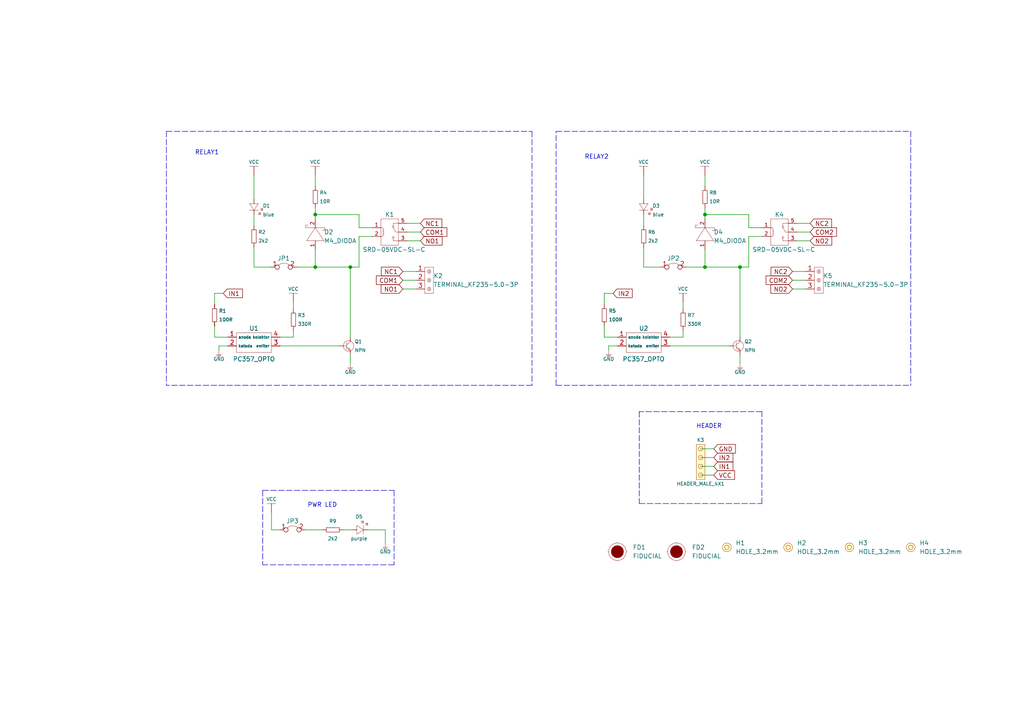
<source format=kicad_sch>
(kicad_sch (version 20211123) (generator eeschema)

  (uuid 3df5f347-3097-4964-852c-658e07bacc3d)

  (paper "A4")

  (title_block
    (title "2CH relay board")
    (date "2021-07-13")
    (rev "V1.1.1.")
    (company "SOLDERED")
    (comment 1 "333023")
  )

  (lib_symbols
    (symbol "e-radionica.com schematics:0402LED" (pin_numbers hide) (pin_names (offset 0.254) hide) (in_bom yes) (on_board yes)
      (property "Reference" "D" (id 0) (at -0.635 2.54 0)
        (effects (font (size 1 1)))
      )
      (property "Value" "0402LED" (id 1) (at 0 -2.54 0)
        (effects (font (size 1 1)))
      )
      (property "Footprint" "e-radionica.com footprinti:0402LED" (id 2) (at 0 5.08 0)
        (effects (font (size 1 1)) hide)
      )
      (property "Datasheet" "" (id 3) (at 0 0 0)
        (effects (font (size 1 1)) hide)
      )
      (property "Package" "0402" (id 4) (at 0 0 0)
        (effects (font (size 1.27 1.27)) hide)
      )
      (symbol "0402LED_0_1"
        (polyline
          (pts
            (xy -0.635 1.27)
            (xy 1.27 0)
          )
          (stroke (width 0.0006) (type default) (color 0 0 0 0))
          (fill (type none))
        )
        (polyline
          (pts
            (xy 0.635 1.905)
            (xy 1.27 2.54)
          )
          (stroke (width 0.0006) (type default) (color 0 0 0 0))
          (fill (type none))
        )
        (polyline
          (pts
            (xy 1.27 1.27)
            (xy 1.27 -1.27)
          )
          (stroke (width 0.0006) (type default) (color 0 0 0 0))
          (fill (type none))
        )
        (polyline
          (pts
            (xy 1.905 1.27)
            (xy 2.54 1.905)
          )
          (stroke (width 0.0006) (type default) (color 0 0 0 0))
          (fill (type none))
        )
        (polyline
          (pts
            (xy -0.635 1.27)
            (xy -0.635 -1.27)
            (xy 1.27 0)
          )
          (stroke (width 0.0006) (type default) (color 0 0 0 0))
          (fill (type none))
        )
        (polyline
          (pts
            (xy 1.27 2.54)
            (xy 0.635 2.54)
            (xy 1.27 1.905)
            (xy 1.27 2.54)
          )
          (stroke (width 0.0006) (type default) (color 0 0 0 0))
          (fill (type none))
        )
        (polyline
          (pts
            (xy 2.54 1.905)
            (xy 1.905 1.905)
            (xy 2.54 1.27)
            (xy 2.54 1.905)
          )
          (stroke (width 0.0006) (type default) (color 0 0 0 0))
          (fill (type none))
        )
      )
      (symbol "0402LED_1_1"
        (pin passive line (at -1.905 0 0) (length 1.27)
          (name "A" (effects (font (size 1.27 1.27))))
          (number "1" (effects (font (size 1.27 1.27))))
        )
        (pin passive line (at 2.54 0 180) (length 1.27)
          (name "K" (effects (font (size 1.27 1.27))))
          (number "2" (effects (font (size 1.27 1.27))))
        )
      )
    )
    (symbol "e-radionica.com schematics:0402R" (pin_numbers hide) (pin_names (offset 0.254)) (in_bom yes) (on_board yes)
      (property "Reference" "R" (id 0) (at -1.905 1.27 0)
        (effects (font (size 1 1)))
      )
      (property "Value" "0402R" (id 1) (at 0 -1.27 0)
        (effects (font (size 1 1)))
      )
      (property "Footprint" "e-radionica.com footprinti:0402R" (id 2) (at -2.54 1.905 0)
        (effects (font (size 1 1)) hide)
      )
      (property "Datasheet" "" (id 3) (at -2.54 1.905 0)
        (effects (font (size 1 1)) hide)
      )
      (symbol "0402R_0_1"
        (rectangle (start -1.905 -0.635) (end 1.905 -0.6604)
          (stroke (width 0.1) (type default) (color 0 0 0 0))
          (fill (type none))
        )
        (rectangle (start -1.905 0.635) (end -1.8796 -0.635)
          (stroke (width 0.1) (type default) (color 0 0 0 0))
          (fill (type none))
        )
        (rectangle (start -1.905 0.635) (end 1.905 0.6096)
          (stroke (width 0.1) (type default) (color 0 0 0 0))
          (fill (type none))
        )
        (rectangle (start 1.905 0.635) (end 1.9304 -0.635)
          (stroke (width 0.1) (type default) (color 0 0 0 0))
          (fill (type none))
        )
      )
      (symbol "0402R_1_1"
        (pin passive line (at -3.175 0 0) (length 1.27)
          (name "~" (effects (font (size 1.27 1.27))))
          (number "1" (effects (font (size 1.27 1.27))))
        )
        (pin passive line (at 3.175 0 180) (length 1.27)
          (name "~" (effects (font (size 1.27 1.27))))
          (number "2" (effects (font (size 1.27 1.27))))
        )
      )
    )
    (symbol "e-radionica.com schematics:0603R" (pin_numbers hide) (pin_names (offset 0.254)) (in_bom yes) (on_board yes)
      (property "Reference" "R" (id 0) (at -1.905 1.905 0)
        (effects (font (size 1 1)))
      )
      (property "Value" "0603R" (id 1) (at 0 -1.905 0)
        (effects (font (size 1 1)))
      )
      (property "Footprint" "e-radionica.com footprinti:0603R" (id 2) (at -0.635 1.905 0)
        (effects (font (size 1 1)) hide)
      )
      (property "Datasheet" "" (id 3) (at -0.635 1.905 0)
        (effects (font (size 1 1)) hide)
      )
      (symbol "0603R_0_1"
        (rectangle (start -1.905 -0.635) (end 1.905 -0.6604)
          (stroke (width 0.1) (type default) (color 0 0 0 0))
          (fill (type none))
        )
        (rectangle (start -1.905 0.635) (end -1.8796 -0.635)
          (stroke (width 0.1) (type default) (color 0 0 0 0))
          (fill (type none))
        )
        (rectangle (start -1.905 0.635) (end 1.905 0.6096)
          (stroke (width 0.1) (type default) (color 0 0 0 0))
          (fill (type none))
        )
        (rectangle (start 1.905 0.635) (end 1.9304 -0.635)
          (stroke (width 0.1) (type default) (color 0 0 0 0))
          (fill (type none))
        )
      )
      (symbol "0603R_1_1"
        (pin passive line (at -3.175 0 0) (length 1.27)
          (name "~" (effects (font (size 1.27 1.27))))
          (number "1" (effects (font (size 1.27 1.27))))
        )
        (pin passive line (at 3.175 0 180) (length 1.27)
          (name "~" (effects (font (size 1.27 1.27))))
          (number "2" (effects (font (size 1.27 1.27))))
        )
      )
    )
    (symbol "e-radionica.com schematics:FIDUCIAL" (in_bom yes) (on_board yes)
      (property "Reference" "FD" (id 0) (at 0 3.81 0)
        (effects (font (size 1.27 1.27)))
      )
      (property "Value" "FIDUCIAL" (id 1) (at 0 -3.81 0)
        (effects (font (size 1.27 1.27)))
      )
      (property "Footprint" "e-radionica.com footprinti:FIDUCIAL_23" (id 2) (at 0.254 -5.334 0)
        (effects (font (size 1.27 1.27)) hide)
      )
      (property "Datasheet" "" (id 3) (at 0 0 0)
        (effects (font (size 1.27 1.27)) hide)
      )
      (symbol "FIDUCIAL_0_1"
        (polyline
          (pts
            (xy -2.54 0)
            (xy -2.794 0)
          )
          (stroke (width 0.0006) (type default) (color 0 0 0 0))
          (fill (type none))
        )
        (polyline
          (pts
            (xy 0 -2.54)
            (xy 0 -2.794)
          )
          (stroke (width 0.0006) (type default) (color 0 0 0 0))
          (fill (type none))
        )
        (polyline
          (pts
            (xy 0 2.54)
            (xy 0 2.794)
          )
          (stroke (width 0.0006) (type default) (color 0 0 0 0))
          (fill (type none))
        )
        (polyline
          (pts
            (xy 2.54 0)
            (xy 2.794 0)
          )
          (stroke (width 0.0006) (type default) (color 0 0 0 0))
          (fill (type none))
        )
        (circle (center 0 0) (radius 1.7961)
          (stroke (width 0.001) (type default) (color 0 0 0 0))
          (fill (type outline))
        )
        (circle (center 0 0) (radius 2.54)
          (stroke (width 0.0006) (type default) (color 0 0 0 0))
          (fill (type none))
        )
      )
    )
    (symbol "e-radionica.com schematics:GND" (power) (pin_names (offset 0)) (in_bom yes) (on_board yes)
      (property "Reference" "#PWR" (id 0) (at 4.445 0 0)
        (effects (font (size 1 1)) hide)
      )
      (property "Value" "GND" (id 1) (at 0 -2.921 0)
        (effects (font (size 1 1)))
      )
      (property "Footprint" "" (id 2) (at 4.445 3.81 0)
        (effects (font (size 1 1)) hide)
      )
      (property "Datasheet" "" (id 3) (at 4.445 3.81 0)
        (effects (font (size 1 1)) hide)
      )
      (property "ki_keywords" "power-flag" (id 4) (at 0 0 0)
        (effects (font (size 1.27 1.27)) hide)
      )
      (property "ki_description" "Power symbol creates a global label with name \"+3V3\"" (id 5) (at 0 0 0)
        (effects (font (size 1.27 1.27)) hide)
      )
      (symbol "GND_0_1"
        (polyline
          (pts
            (xy -0.762 -1.27)
            (xy 0.762 -1.27)
          )
          (stroke (width 0.0006) (type default) (color 0 0 0 0))
          (fill (type none))
        )
        (polyline
          (pts
            (xy -0.635 -1.524)
            (xy 0.635 -1.524)
          )
          (stroke (width 0.0006) (type default) (color 0 0 0 0))
          (fill (type none))
        )
        (polyline
          (pts
            (xy -0.381 -1.778)
            (xy 0.381 -1.778)
          )
          (stroke (width 0.0006) (type default) (color 0 0 0 0))
          (fill (type none))
        )
        (polyline
          (pts
            (xy -0.127 -2.032)
            (xy 0.127 -2.032)
          )
          (stroke (width 0.0006) (type default) (color 0 0 0 0))
          (fill (type none))
        )
        (polyline
          (pts
            (xy 0 0)
            (xy 0 -1.27)
          )
          (stroke (width 0.0006) (type default) (color 0 0 0 0))
          (fill (type none))
        )
      )
      (symbol "GND_1_1"
        (pin power_in line (at 0 0 270) (length 0) hide
          (name "GND" (effects (font (size 1.27 1.27))))
          (number "1" (effects (font (size 1.27 1.27))))
        )
      )
    )
    (symbol "e-radionica.com schematics:HEADER_MALE_4X1" (pin_numbers hide) (pin_names hide) (in_bom yes) (on_board yes)
      (property "Reference" "K" (id 0) (at -0.635 7.62 0)
        (effects (font (size 1 1)))
      )
      (property "Value" "HEADER_MALE_4X1" (id 1) (at 0 -5.08 0)
        (effects (font (size 1 1)))
      )
      (property "Footprint" "e-radionica.com footprinti:HEADER_MALE_4X1" (id 2) (at 0 -2.54 0)
        (effects (font (size 1 1)) hide)
      )
      (property "Datasheet" "" (id 3) (at 0 -2.54 0)
        (effects (font (size 1 1)) hide)
      )
      (symbol "HEADER_MALE_4X1_0_1"
        (circle (center 0 -2.54) (radius 0.635)
          (stroke (width 0.0006) (type default) (color 0 0 0 0))
          (fill (type none))
        )
        (circle (center 0 0) (radius 0.635)
          (stroke (width 0.0006) (type default) (color 0 0 0 0))
          (fill (type none))
        )
        (circle (center 0 2.54) (radius 0.635)
          (stroke (width 0.0006) (type default) (color 0 0 0 0))
          (fill (type none))
        )
        (circle (center 0 5.08) (radius 0.635)
          (stroke (width 0.0006) (type default) (color 0 0 0 0))
          (fill (type none))
        )
        (rectangle (start 1.27 -3.81) (end -1.27 6.35)
          (stroke (width 0.001) (type default) (color 0 0 0 0))
          (fill (type background))
        )
      )
      (symbol "HEADER_MALE_4X1_1_1"
        (pin passive line (at 0 -2.54 180) (length 0)
          (name "~" (effects (font (size 1 1))))
          (number "1" (effects (font (size 1 1))))
        )
        (pin passive line (at 0 0 180) (length 0)
          (name "~" (effects (font (size 1 1))))
          (number "2" (effects (font (size 1 1))))
        )
        (pin passive line (at 0 2.54 180) (length 0)
          (name "~" (effects (font (size 1 1))))
          (number "3" (effects (font (size 1 1))))
        )
        (pin passive line (at 0 5.08 180) (length 0)
          (name "~" (effects (font (size 1 1))))
          (number "4" (effects (font (size 1 1))))
        )
      )
    )
    (symbol "e-radionica.com schematics:HOLE_3.2mm" (pin_numbers hide) (pin_names hide) (in_bom yes) (on_board yes)
      (property "Reference" "H" (id 0) (at 0 2.54 0)
        (effects (font (size 1.27 1.27)))
      )
      (property "Value" "HOLE_3.2mm" (id 1) (at 0 -2.54 0)
        (effects (font (size 1.27 1.27)))
      )
      (property "Footprint" "e-radionica.com footprinti:HOLE_3.2mm" (id 2) (at 0 0 0)
        (effects (font (size 1.27 1.27)) hide)
      )
      (property "Datasheet" "" (id 3) (at 0 0 0)
        (effects (font (size 1.27 1.27)) hide)
      )
      (symbol "HOLE_3.2mm_0_1"
        (circle (center 0 0) (radius 0.635)
          (stroke (width 0.0006) (type default) (color 0 0 0 0))
          (fill (type none))
        )
        (circle (center 0 0) (radius 1.27)
          (stroke (width 0.001) (type default) (color 0 0 0 0))
          (fill (type background))
        )
      )
    )
    (symbol "e-radionica.com schematics:M4_DIODA" (pin_names hide) (in_bom yes) (on_board yes)
      (property "Reference" "D" (id 0) (at 0 3.81 0)
        (effects (font (size 1.27 1.27)))
      )
      (property "Value" "M4_DIODA" (id 1) (at 0 -4.572 0)
        (effects (font (size 1.27 1.27)))
      )
      (property "Footprint" "e-radionica.com footprinti:M4_DIODA" (id 2) (at 0 -6.35 0)
        (effects (font (size 1.27 1.27)) hide)
      )
      (property "Datasheet" "" (id 3) (at 0 0 0)
        (effects (font (size 1.27 1.27)) hide)
      )
      (symbol "M4_DIODA_0_1"
        (polyline
          (pts
            (xy -2.54 2.54)
            (xy -2.54 -2.54)
            (xy 1.27 0)
            (xy -2.54 2.54)
          )
          (stroke (width 0.0006) (type default) (color 0 0 0 0))
          (fill (type none))
        )
        (polyline
          (pts
            (xy 1.27 2.794)
            (xy 1.27 -2.794)
            (xy 0.508 -2.794)
            (xy 0.508 -2.032)
          )
          (stroke (width 0.0006) (type default) (color 0 0 0 0))
          (fill (type none))
        )
        (polyline
          (pts
            (xy 1.27 2.794)
            (xy 2.032 2.794)
            (xy 2.032 2.032)
            (xy 2.032 2.54)
          )
          (stroke (width 0.0006) (type default) (color 0 0 0 0))
          (fill (type none))
        )
      )
      (symbol "M4_DIODA_1_1"
        (pin passive line (at -5.08 0 0) (length 2.54)
          (name "A" (effects (font (size 1 1))))
          (number "1" (effects (font (size 1 1))))
        )
        (pin passive line (at 3.81 0 180) (length 2.54)
          (name "K" (effects (font (size 1 1))))
          (number "2" (effects (font (size 1 1))))
        )
      )
    )
    (symbol "e-radionica.com schematics:NPN-SOT-23-3" (pin_numbers hide) (pin_names hide) (in_bom yes) (on_board yes)
      (property "Reference" "Q" (id 0) (at -2.286 2.921 0)
        (effects (font (size 1 1)))
      )
      (property "Value" "NPN-SOT-23-3" (id 1) (at 0 -3.81 0)
        (effects (font (size 1 1)))
      )
      (property "Footprint" "e-radionica.com footprinti:SOT-23-3" (id 2) (at 0 0 0)
        (effects (font (size 1 1)) hide)
      )
      (property "Datasheet" "" (id 3) (at 0 0 0)
        (effects (font (size 1 1)) hide)
      )
      (symbol "NPN-SOT-23-3_0_1"
        (circle (center -0.508 0) (radius 1.524)
          (stroke (width 0.0006) (type default) (color 0 0 0 0))
          (fill (type none))
        )
        (polyline
          (pts
            (xy -2.032 0)
            (xy -1.016 0)
          )
          (stroke (width 0.0006) (type default) (color 0 0 0 0))
          (fill (type none))
        )
        (polyline
          (pts
            (xy -1.016 -0.381)
            (xy -0.4064 -0.9144)
          )
          (stroke (width 0.1) (type default) (color 0 0 0 0))
          (fill (type none))
        )
        (polyline
          (pts
            (xy -1.016 0.381)
            (xy 0 1.27)
          )
          (stroke (width 0.0006) (type default) (color 0 0 0 0))
          (fill (type none))
        )
        (polyline
          (pts
            (xy -1.016 1.016)
            (xy -1.016 -1.016)
          )
          (stroke (width 0.0006) (type default) (color 0 0 0 0))
          (fill (type none))
        )
        (polyline
          (pts
            (xy -0.6096 -1.1684)
            (xy -0.2032 -0.6604)
            (xy 0 -1.27)
            (xy -0.6096 -1.1684)
          )
          (stroke (width 0.0006) (type default) (color 0 0 0 0))
          (fill (type none))
        )
      )
      (symbol "NPN-SOT-23-3_1_1"
        (pin passive line (at -3.175 0 0) (length 1.27)
          (name "B" (effects (font (size 1 1))))
          (number "1" (effects (font (size 1 1))))
        )
        (pin passive line (at 0 -2.54 90) (length 1.27)
          (name "E" (effects (font (size 1 1))))
          (number "2" (effects (font (size 1 1))))
        )
        (pin passive line (at 0 2.54 270) (length 1.27)
          (name "C" (effects (font (size 1 1))))
          (number "3" (effects (font (size 1 1))))
        )
      )
    )
    (symbol "e-radionica.com schematics:PC357_OPTO" (in_bom yes) (on_board yes)
      (property "Reference" "U" (id 0) (at 0 5.08 0)
        (effects (font (size 1.27 1.27)))
      )
      (property "Value" "PC357_OPTO" (id 1) (at 0 -5.08 0)
        (effects (font (size 1.27 1.27)))
      )
      (property "Footprint" "e-radionica.com footprinti:PC357_OPTO" (id 2) (at 0 0 0)
        (effects (font (size 1.27 1.27)) hide)
      )
      (property "Datasheet" "" (id 3) (at 0 0 0)
        (effects (font (size 1.27 1.27)) hide)
      )
      (symbol "PC357_OPTO_0_1"
        (rectangle (start -5.08 2.54) (end 5.08 -3.175)
          (stroke (width 0.0006) (type default) (color 0 0 0 0))
          (fill (type none))
        )
      )
      (symbol "PC357_OPTO_1_1"
        (pin passive line (at -7.62 1.27 0) (length 2.54)
          (name "anoda" (effects (font (size 0.8 0.8))))
          (number "1" (effects (font (size 1.27 1.27))))
        )
        (pin passive line (at -7.62 -1.27 0) (length 2.54)
          (name "katoda" (effects (font (size 0.8 0.8))))
          (number "2" (effects (font (size 1.27 1.27))))
        )
        (pin passive line (at 7.62 -1.27 180) (length 2.54)
          (name "emiter" (effects (font (size 0.8 0.8))))
          (number "3" (effects (font (size 1.27 1.27))))
        )
        (pin passive line (at 7.62 1.27 180) (length 2.54)
          (name "kolektor" (effects (font (size 0.8 0.8))))
          (number "4" (effects (font (size 1.27 1.27))))
        )
      )
    )
    (symbol "e-radionica.com schematics:SMD-JUMPER-CONNECTED_TRACE_SLODERMASK" (in_bom yes) (on_board yes)
      (property "Reference" "JP" (id 0) (at 0 3.556 0)
        (effects (font (size 1.27 1.27)))
      )
      (property "Value" "SMD-JUMPER-CONNECTED_TRACE_SLODERMASK" (id 1) (at 0 -2.54 0)
        (effects (font (size 1.27 1.27)))
      )
      (property "Footprint" "e-radionica.com footprinti:SMD-JUMPER-CONNECTED_TRACE_SLODERMASK" (id 2) (at 0 -5.715 0)
        (effects (font (size 1.27 1.27)) hide)
      )
      (property "Datasheet" "" (id 3) (at 0 0 0)
        (effects (font (size 1.27 1.27)) hide)
      )
      (symbol "SMD-JUMPER-CONNECTED_TRACE_SLODERMASK_0_1"
        (arc (start 1.397 0.5842) (mid -0.2077 1.1365) (end -1.8034 0.5588)
          (stroke (width 0.0006) (type default) (color 0 0 0 0))
          (fill (type none))
        )
      )
      (symbol "SMD-JUMPER-CONNECTED_TRACE_SLODERMASK_1_1"
        (pin passive inverted (at -4.064 0 0) (length 2.54)
          (name "" (effects (font (size 1.27 1.27))))
          (number "1" (effects (font (size 1.27 1.27))))
        )
        (pin passive inverted (at 3.556 0 180) (length 2.54)
          (name "" (effects (font (size 1.27 1.27))))
          (number "2" (effects (font (size 1.27 1.27))))
        )
      )
    )
    (symbol "e-radionica.com schematics:SRD_RELAY_5V" (in_bom yes) (on_board yes)
      (property "Reference" "K" (id 0) (at 0 3.81 0)
        (effects (font (size 1.27 1.27)))
      )
      (property "Value" "SRD_RELAY_5V" (id 1) (at 0 -6.35 0)
        (effects (font (size 1.27 1.27)))
      )
      (property "Footprint" "e-radionica.com footprinti:SRD_RELAY_5V" (id 2) (at 1.27 -8.89 0)
        (effects (font (size 1.27 1.27)) hide)
      )
      (property "Datasheet" "" (id 3) (at 0 0 0)
        (effects (font (size 1.27 1.27)) hide)
      )
      (symbol "SRD_RELAY_5V_0_1"
        (arc (start -1.9929 -0.9525) (mid -1.7121 -0.635) (end -1.9929 -0.3175)
          (stroke (width 0.0006) (type default) (color 0 0 0 0))
          (fill (type none))
        )
        (arc (start -1.9929 -0.3175) (mid -1.7121 0) (end -1.9929 0.3175)
          (stroke (width 0.0006) (type default) (color 0 0 0 0))
          (fill (type none))
        )
        (arc (start -1.9929 0.3175) (mid -1.7121 0.635) (end -1.9929 0.9525)
          (stroke (width 0.0006) (type default) (color 0 0 0 0))
          (fill (type none))
        )
        (polyline
          (pts
            (xy -2.54 -1.27)
            (xy -2.032 -1.27)
            (xy -2.032 -1.016)
          )
          (stroke (width 0.0006) (type default) (color 0 0 0 0))
          (fill (type none))
        )
        (polyline
          (pts
            (xy -2.54 1.27)
            (xy -2.032 1.27)
            (xy -2.032 1.016)
          )
          (stroke (width 0.0006) (type default) (color 0 0 0 0))
          (fill (type none))
        )
        (polyline
          (pts
            (xy 2.54 0)
            (xy 1.778 0)
            (xy 1.016 1.27)
          )
          (stroke (width 0.0006) (type default) (color 0 0 0 0))
          (fill (type none))
        )
        (polyline
          (pts
            (xy 2.54 2.54)
            (xy 1.016 2.54)
            (xy 1.016 1.778)
          )
          (stroke (width 0.0006) (type default) (color 0 0 0 0))
          (fill (type none))
        )
        (polyline
          (pts
            (xy 2.54 -2.54)
            (xy 2.032 -2.54)
            (xy 1.016 -2.54)
            (xy 1.016 -1.778)
          )
          (stroke (width 0.0006) (type default) (color 0 0 0 0))
          (fill (type none))
        )
        (circle (center 1.016 -1.524) (radius 0.254)
          (stroke (width 0.0008) (type default) (color 0 0 0 0))
          (fill (type none))
        )
        (circle (center 1.016 1.524) (radius 0.254)
          (stroke (width 0.0006) (type default) (color 0 0 0 0))
          (fill (type none))
        )
        (rectangle (start 2.54 3.81) (end -2.54 -3.81)
          (stroke (width 0.0006) (type default) (color 0 0 0 0))
          (fill (type none))
        )
      )
      (symbol "SRD_RELAY_5V_1_1"
        (pin passive line (at -5.08 1.27 0) (length 2.54)
          (name "" (effects (font (size 1 1))))
          (number "1" (effects (font (size 1 1))))
        )
        (pin passive line (at -5.08 -1.27 0) (length 2.54)
          (name "" (effects (font (size 1 1))))
          (number "2" (effects (font (size 1 1))))
        )
        (pin passive line (at 5.08 -2.54 180) (length 2.54)
          (name "" (effects (font (size 1 1))))
          (number "3" (effects (font (size 1 1))))
        )
        (pin passive line (at 5.08 0 180) (length 2.54)
          (name "" (effects (font (size 1 1))))
          (number "4" (effects (font (size 1 1))))
        )
        (pin passive line (at 5.08 2.54 180) (length 2.54)
          (name "" (effects (font (size 1 1))))
          (number "5" (effects (font (size 1 1))))
        )
      )
    )
    (symbol "e-radionica.com schematics:TERMINAL_KF235-5.0-3P" (in_bom yes) (on_board yes)
      (property "Reference" "K" (id 0) (at 0 5.08 0)
        (effects (font (size 1.27 1.27)))
      )
      (property "Value" "TERMINAL_KF235-5.0-3P" (id 1) (at 0 -5.08 0)
        (effects (font (size 1.27 1.27)))
      )
      (property "Footprint" "e-radionica.com footprinti:TERMINAL_KF235-5.0-3P" (id 2) (at 0 -7.62 0)
        (effects (font (size 1.27 1.27)) hide)
      )
      (property "Datasheet" "" (id 3) (at 0 0 0)
        (effects (font (size 1.27 1.27)) hide)
      )
      (symbol "TERMINAL_KF235-5.0-3P_0_1"
        (rectangle (start -1.27 3.81) (end 1.27 -3.81)
          (stroke (width 0.0006) (type default) (color 0 0 0 0))
          (fill (type none))
        )
        (circle (center 0 -2.54) (radius 0.508)
          (stroke (width 0.0006) (type default) (color 0 0 0 0))
          (fill (type none))
        )
        (polyline
          (pts
            (xy -0.254 -2.54)
            (xy 0.254 -2.54)
          )
          (stroke (width 0.0006) (type default) (color 0 0 0 0))
          (fill (type none))
        )
        (polyline
          (pts
            (xy -0.254 0)
            (xy 0.254 0)
          )
          (stroke (width 0.0006) (type default) (color 0 0 0 0))
          (fill (type none))
        )
        (polyline
          (pts
            (xy -0.254 2.54)
            (xy 0.254 2.54)
          )
          (stroke (width 0.0006) (type default) (color 0 0 0 0))
          (fill (type none))
        )
        (polyline
          (pts
            (xy 0 -2.032)
            (xy 0 -3.048)
          )
          (stroke (width 0.0006) (type default) (color 0 0 0 0))
          (fill (type none))
        )
        (polyline
          (pts
            (xy 0 0.508)
            (xy 0 -0.508)
          )
          (stroke (width 0.0006) (type default) (color 0 0 0 0))
          (fill (type none))
        )
        (polyline
          (pts
            (xy 0 3.048)
            (xy 0 2.032)
          )
          (stroke (width 0.0006) (type default) (color 0 0 0 0))
          (fill (type none))
        )
        (circle (center 0 0) (radius 0.508)
          (stroke (width 0.0006) (type default) (color 0 0 0 0))
          (fill (type none))
        )
        (circle (center 0 2.54) (radius 0.508)
          (stroke (width 0.0006) (type default) (color 0 0 0 0))
          (fill (type none))
        )
      )
      (symbol "TERMINAL_KF235-5.0-3P_1_1"
        (pin input line (at -3.81 2.54 0) (length 2.54)
          (name "~" (effects (font (size 1.27 1.27))))
          (number "1" (effects (font (size 1.27 1.27))))
        )
        (pin input line (at -3.81 0 0) (length 2.54)
          (name "~" (effects (font (size 1.27 1.27))))
          (number "2" (effects (font (size 1.27 1.27))))
        )
        (pin input line (at -3.81 -2.54 0) (length 2.54)
          (name "~" (effects (font (size 1.27 1.27))))
          (number "3" (effects (font (size 1.27 1.27))))
        )
      )
    )
    (symbol "e-radionica.com schematics:VCC" (power) (pin_names (offset 0)) (in_bom yes) (on_board yes)
      (property "Reference" "#PWR" (id 0) (at 4.445 0 0)
        (effects (font (size 1 1)) hide)
      )
      (property "Value" "VCC" (id 1) (at 0 3.556 0)
        (effects (font (size 1 1)))
      )
      (property "Footprint" "" (id 2) (at 4.445 3.81 0)
        (effects (font (size 1 1)) hide)
      )
      (property "Datasheet" "" (id 3) (at 4.445 3.81 0)
        (effects (font (size 1 1)) hide)
      )
      (property "ki_keywords" "power-flag" (id 4) (at 0 0 0)
        (effects (font (size 1.27 1.27)) hide)
      )
      (property "ki_description" "Power symbol creates a global label with name \"+3V3\"" (id 5) (at 0 0 0)
        (effects (font (size 1.27 1.27)) hide)
      )
      (symbol "VCC_0_1"
        (polyline
          (pts
            (xy -1.27 2.54)
            (xy 1.27 2.54)
          )
          (stroke (width 0.0006) (type default) (color 0 0 0 0))
          (fill (type none))
        )
        (polyline
          (pts
            (xy 0 0)
            (xy 0 2.54)
          )
          (stroke (width 0) (type default) (color 0 0 0 0))
          (fill (type none))
        )
      )
      (symbol "VCC_1_1"
        (pin power_in line (at 0 0 90) (length 0) hide
          (name "VCC" (effects (font (size 1.27 1.27))))
          (number "1" (effects (font (size 1.27 1.27))))
        )
      )
    )
  )

  (junction (at 91.44 77.47) (diameter 0.9144) (color 0 0 0 0)
    (uuid 16a9ae8c-3ad2-439b-8efe-377c994670c7)
  )
  (junction (at 91.44 62.23) (diameter 0.9144) (color 0 0 0 0)
    (uuid 770ad51a-7219-4633-b24a-bd20feb0a6c5)
  )
  (junction (at 204.47 77.47) (diameter 0.9144) (color 0 0 0 0)
    (uuid 789ca812-3e0c-4a3f-97bc-a916dd9bce80)
  )
  (junction (at 101.6 77.47) (diameter 0.9144) (color 0 0 0 0)
    (uuid db36f6e3-e72a-487f-bda9-88cc84536f62)
  )
  (junction (at 204.47 62.23) (diameter 0.9144) (color 0 0 0 0)
    (uuid e4c6fdbb-fdc7-4ad4-a516-240d84cdc120)
  )
  (junction (at 214.63 77.47) (diameter 0.9144) (color 0 0 0 0)
    (uuid e6b860cc-cb76-4220-acfb-68f1eb348bfa)
  )

  (wire (pts (xy 204.47 77.47) (xy 204.47 72.39))
    (stroke (width 0) (type solid) (color 0 0 0 0))
    (uuid 05a9534a-32c5-4dc9-b1b4-51f59d554efc)
  )
  (wire (pts (xy 85.09 95.885) (xy 85.09 97.79))
    (stroke (width 0) (type solid) (color 0 0 0 0))
    (uuid 0d5bc87a-19c5-45be-b4cc-99cbaa6e6693)
  )
  (wire (pts (xy 179.07 97.79) (xy 175.26 97.79))
    (stroke (width 0) (type solid) (color 0 0 0 0))
    (uuid 0edf5526-fcf8-45bc-9386-40534a8f1d34)
  )
  (wire (pts (xy 62.23 85.09) (xy 64.77 85.09))
    (stroke (width 0) (type solid) (color 0 0 0 0))
    (uuid 0f66403e-1d6b-4bc5-ad6b-a71917989f23)
  )
  (wire (pts (xy 229.87 78.74) (xy 233.68 78.74))
    (stroke (width 0) (type solid) (color 0 0 0 0))
    (uuid 16f140c7-b79f-4f3f-a8db-c43857a19f93)
  )
  (polyline (pts (xy 114.3 142.24) (xy 114.3 163.83))
    (stroke (width 0) (type dash) (color 0 0 0 0))
    (uuid 17ee7a33-c8c9-4416-9c32-410325750f28)
  )

  (wire (pts (xy 118.11 64.77) (xy 121.92 64.77))
    (stroke (width 0) (type solid) (color 0 0 0 0))
    (uuid 1c9d3520-e5b3-4be4-9756-f1e27a479352)
  )
  (wire (pts (xy 73.66 77.47) (xy 78.486 77.47))
    (stroke (width 0) (type solid) (color 0 0 0 0))
    (uuid 1fffdbd6-ae32-4ec9-8539-6bf31ef22e29)
  )
  (wire (pts (xy 203.2 137.795) (xy 207.01 137.795))
    (stroke (width 0) (type solid) (color 0 0 0 0))
    (uuid 2520e388-7854-441d-a5c9-cc2fb916b661)
  )
  (wire (pts (xy 214.63 77.47) (xy 214.63 97.79))
    (stroke (width 0) (type solid) (color 0 0 0 0))
    (uuid 28bf0e5f-6512-4d61-ae43-f10c2958a069)
  )
  (wire (pts (xy 88.646 153.67) (xy 93.345 153.67))
    (stroke (width 0) (type solid) (color 0 0 0 0))
    (uuid 2f188f7e-7644-4bdf-932b-a256a04bb767)
  )
  (wire (pts (xy 73.66 71.755) (xy 73.66 77.47))
    (stroke (width 0) (type solid) (color 0 0 0 0))
    (uuid 37211ef6-a7ab-408b-b61f-aa0138c6c845)
  )
  (wire (pts (xy 220.98 66.04) (xy 217.17 66.04))
    (stroke (width 0) (type solid) (color 0 0 0 0))
    (uuid 390e8798-a251-43fa-8ece-b5c60acbaa3d)
  )
  (wire (pts (xy 62.23 97.79) (xy 62.23 94.615))
    (stroke (width 0) (type solid) (color 0 0 0 0))
    (uuid 3b962d67-ac79-4f68-8af2-c667408dfc8e)
  )
  (wire (pts (xy 81.026 153.67) (xy 78.74 153.67))
    (stroke (width 0) (type solid) (color 0 0 0 0))
    (uuid 498b5ea4-4f7c-4310-b434-d1b08d527e91)
  )
  (wire (pts (xy 118.11 67.31) (xy 121.92 67.31))
    (stroke (width 0) (type solid) (color 0 0 0 0))
    (uuid 4a3e0ce8-759b-430a-a3ab-e95da511c501)
  )
  (wire (pts (xy 91.44 62.23) (xy 91.44 63.5))
    (stroke (width 0) (type solid) (color 0 0 0 0))
    (uuid 4d71458b-543d-479f-b33c-c0253b1f738d)
  )
  (wire (pts (xy 229.87 83.82) (xy 233.68 83.82))
    (stroke (width 0) (type solid) (color 0 0 0 0))
    (uuid 55f2a5f0-99a5-4c4a-ab4d-81655d461e4e)
  )
  (polyline (pts (xy 48.26 38.1) (xy 48.26 111.76))
    (stroke (width 0) (type dash) (color 0 0 0 0))
    (uuid 571bfb6d-3c3f-4ae6-b6f8-c27fb3ca175e)
  )
  (polyline (pts (xy 48.26 38.1) (xy 154.305 38.1))
    (stroke (width 0) (type dash) (color 0 0 0 0))
    (uuid 571bfb6d-3c3f-4ae6-b6f8-c27fb3ca175f)
  )
  (polyline (pts (xy 154.305 38.1) (xy 154.305 111.76))
    (stroke (width 0) (type dash) (color 0 0 0 0))
    (uuid 571bfb6d-3c3f-4ae6-b6f8-c27fb3ca1760)
  )
  (polyline (pts (xy 154.305 111.76) (xy 48.26 111.76))
    (stroke (width 0) (type dash) (color 0 0 0 0))
    (uuid 571bfb6d-3c3f-4ae6-b6f8-c27fb3ca1761)
  )

  (wire (pts (xy 186.69 62.23) (xy 186.69 65.405))
    (stroke (width 0) (type solid) (color 0 0 0 0))
    (uuid 61fb73c3-b882-4a80-a400-8a6f8f60cf23)
  )
  (wire (pts (xy 176.53 100.33) (xy 176.53 101.6))
    (stroke (width 0) (type solid) (color 0 0 0 0))
    (uuid 65fe7c82-3089-448a-878d-1450bd1acb0c)
  )
  (wire (pts (xy 194.31 97.79) (xy 198.12 97.79))
    (stroke (width 0) (type solid) (color 0 0 0 0))
    (uuid 6889d15e-e01e-4e1b-ab01-d460ea0f1b44)
  )
  (wire (pts (xy 203.2 135.255) (xy 207.01 135.255))
    (stroke (width 0) (type solid) (color 0 0 0 0))
    (uuid 6966cafd-7bfe-49fd-91a3-7acc86eb6f72)
  )
  (wire (pts (xy 116.84 81.28) (xy 120.65 81.28))
    (stroke (width 0) (type solid) (color 0 0 0 0))
    (uuid 6e94dec9-c767-41a4-93a4-9b2b2c7b75fb)
  )
  (wire (pts (xy 73.66 62.23) (xy 73.66 65.405))
    (stroke (width 0) (type solid) (color 0 0 0 0))
    (uuid 71736f0a-5a19-4c7c-8b05-9fa1461cf427)
  )
  (polyline (pts (xy 76.2 142.24) (xy 76.2 163.83))
    (stroke (width 0) (type dash) (color 0 0 0 0))
    (uuid 76b26fa3-89f0-4397-9364-8fc6f41dcee2)
  )

  (wire (pts (xy 220.98 68.58) (xy 217.17 68.58))
    (stroke (width 0) (type solid) (color 0 0 0 0))
    (uuid 7b152723-4c7d-4244-beb0-1b065ee0f663)
  )
  (wire (pts (xy 198.12 87.63) (xy 198.12 89.535))
    (stroke (width 0) (type solid) (color 0 0 0 0))
    (uuid 81705140-dc27-44fc-a995-7d1cc204ea35)
  )
  (wire (pts (xy 175.26 85.09) (xy 177.8 85.09))
    (stroke (width 0) (type solid) (color 0 0 0 0))
    (uuid 81edd4b2-0252-4fd8-a964-b896b5563955)
  )
  (wire (pts (xy 214.63 77.47) (xy 217.17 77.47))
    (stroke (width 0) (type solid) (color 0 0 0 0))
    (uuid 829ce2be-431b-4e31-9742-1750f65c0d81)
  )
  (wire (pts (xy 111.76 153.67) (xy 111.76 157.48))
    (stroke (width 0) (type solid) (color 0 0 0 0))
    (uuid 82ce4a3c-5238-41a2-9f3a-1c13c5be8a80)
  )
  (wire (pts (xy 91.44 77.47) (xy 101.6 77.47))
    (stroke (width 0) (type solid) (color 0 0 0 0))
    (uuid 83955e43-4cd4-44ce-8025-310dd3b06ba2)
  )
  (wire (pts (xy 101.6 77.47) (xy 104.14 77.47))
    (stroke (width 0) (type solid) (color 0 0 0 0))
    (uuid 83955e43-4cd4-44ce-8025-310dd3b06ba3)
  )
  (wire (pts (xy 175.26 97.79) (xy 175.26 94.615))
    (stroke (width 0) (type solid) (color 0 0 0 0))
    (uuid 83c77734-9dfd-40ff-94da-0094adc2c73f)
  )
  (wire (pts (xy 175.26 88.265) (xy 175.26 85.09))
    (stroke (width 0) (type solid) (color 0 0 0 0))
    (uuid 8a758e63-3e6e-441f-ba13-06841744ebe0)
  )
  (wire (pts (xy 73.66 50.8) (xy 73.66 57.785))
    (stroke (width 0) (type solid) (color 0 0 0 0))
    (uuid 8d68f32f-295e-46dc-814d-8add70d83751)
  )
  (wire (pts (xy 104.14 66.04) (xy 104.14 62.23))
    (stroke (width 0) (type solid) (color 0 0 0 0))
    (uuid 8de0a7f4-68ab-4e94-b1df-2948818870ff)
  )
  (wire (pts (xy 203.2 132.715) (xy 207.01 132.715))
    (stroke (width 0) (type solid) (color 0 0 0 0))
    (uuid 8f4d9dea-3a9b-4839-a694-bf1ef3835533)
  )
  (wire (pts (xy 99.695 153.67) (xy 102.235 153.67))
    (stroke (width 0) (type solid) (color 0 0 0 0))
    (uuid 8fbd9891-0edb-42b2-9296-0e3dc81d8d6f)
  )
  (wire (pts (xy 104.14 68.58) (xy 104.14 77.47))
    (stroke (width 0) (type solid) (color 0 0 0 0))
    (uuid 959b2af1-a402-4ca0-b0b9-1d69b521fca3)
  )
  (wire (pts (xy 101.6 102.87) (xy 101.6 105.41))
    (stroke (width 0) (type solid) (color 0 0 0 0))
    (uuid 99501c4e-4300-4a63-9280-3d2e9b5f99cf)
  )
  (wire (pts (xy 78.74 153.67) (xy 78.74 148.59))
    (stroke (width 0) (type solid) (color 0 0 0 0))
    (uuid 9aeb2439-6ea9-43ac-a24b-1e91f1da9bb5)
  )
  (wire (pts (xy 204.47 50.8) (xy 204.47 53.975))
    (stroke (width 0) (type solid) (color 0 0 0 0))
    (uuid a53b022c-2501-40f4-9515-9b6f293236db)
  )
  (wire (pts (xy 204.47 62.23) (xy 204.47 63.5))
    (stroke (width 0) (type solid) (color 0 0 0 0))
    (uuid a6c7f3a9-cac3-4eb1-9ca6-6780c44a61cc)
  )
  (wire (pts (xy 204.47 60.325) (xy 204.47 62.23))
    (stroke (width 0) (type solid) (color 0 0 0 0))
    (uuid a8e4dec2-9223-43b9-b5ca-135ee95a67bd)
  )
  (wire (pts (xy 107.95 66.04) (xy 104.14 66.04))
    (stroke (width 0) (type solid) (color 0 0 0 0))
    (uuid af1aea0c-a975-4da7-88e2-0c43274184d8)
  )
  (wire (pts (xy 198.12 95.885) (xy 198.12 97.79))
    (stroke (width 0) (type solid) (color 0 0 0 0))
    (uuid b5685ea5-3a3b-46af-a99e-49ca63c9ea4b)
  )
  (wire (pts (xy 106.68 153.67) (xy 111.76 153.67))
    (stroke (width 0) (type solid) (color 0 0 0 0))
    (uuid b88d1c1b-e81d-410c-bf98-cde8767e569d)
  )
  (wire (pts (xy 229.87 81.28) (xy 233.68 81.28))
    (stroke (width 0) (type solid) (color 0 0 0 0))
    (uuid ba703055-f489-47a8-b1cf-97fdf8ef1cef)
  )
  (wire (pts (xy 204.47 62.23) (xy 217.17 62.23))
    (stroke (width 0) (type solid) (color 0 0 0 0))
    (uuid bc891128-83b7-4052-adf5-ba1f1d38f290)
  )
  (polyline (pts (xy 114.3 163.83) (xy 76.2 163.83))
    (stroke (width 0) (type dash) (color 0 0 0 0))
    (uuid c037c0ae-9616-4e06-91b2-15fe484896a7)
  )

  (wire (pts (xy 91.44 62.23) (xy 104.14 62.23))
    (stroke (width 0) (type solid) (color 0 0 0 0))
    (uuid c0ac92e5-9daa-485a-a5f1-da57bb4c3bee)
  )
  (wire (pts (xy 81.28 100.33) (xy 98.425 100.33))
    (stroke (width 0) (type solid) (color 0 0 0 0))
    (uuid c4788c71-0bba-4f57-8477-a94852dacf85)
  )
  (wire (pts (xy 186.69 71.755) (xy 186.69 77.47))
    (stroke (width 0) (type solid) (color 0 0 0 0))
    (uuid c5581985-62bf-4e78-8f84-46ad9b669749)
  )
  (wire (pts (xy 194.31 100.33) (xy 211.455 100.33))
    (stroke (width 0) (type solid) (color 0 0 0 0))
    (uuid c68efa8e-f21e-4e30-9f40-eaa16639225c)
  )
  (wire (pts (xy 66.04 97.79) (xy 62.23 97.79))
    (stroke (width 0) (type solid) (color 0 0 0 0))
    (uuid c6c16927-bf5d-4379-b800-47cadbb04a23)
  )
  (wire (pts (xy 91.44 60.325) (xy 91.44 62.23))
    (stroke (width 0) (type solid) (color 0 0 0 0))
    (uuid c726ede0-cf45-4e2f-8306-2b534ab4cca4)
  )
  (wire (pts (xy 231.14 64.77) (xy 234.95 64.77))
    (stroke (width 0) (type solid) (color 0 0 0 0))
    (uuid c8a67fed-9ae2-4361-8fe8-33fe118f23b2)
  )
  (wire (pts (xy 217.17 66.04) (xy 217.17 62.23))
    (stroke (width 0) (type solid) (color 0 0 0 0))
    (uuid c918c459-fe80-4673-b606-3d48e26f3cb1)
  )
  (wire (pts (xy 86.106 77.47) (xy 91.44 77.47))
    (stroke (width 0) (type solid) (color 0 0 0 0))
    (uuid cb4a3336-b3a5-4ccc-b370-1edc0fef8813)
  )
  (wire (pts (xy 231.14 67.31) (xy 234.95 67.31))
    (stroke (width 0) (type solid) (color 0 0 0 0))
    (uuid d18d06fb-f844-4a02-88d5-5eb1f0dc57ad)
  )
  (wire (pts (xy 116.84 83.82) (xy 120.65 83.82))
    (stroke (width 0) (type solid) (color 0 0 0 0))
    (uuid d244d106-aad0-48cb-b84f-a82fa426ad20)
  )
  (wire (pts (xy 62.23 88.265) (xy 62.23 85.09))
    (stroke (width 0) (type solid) (color 0 0 0 0))
    (uuid d362de45-19d2-4871-bda4-7f3542f9fce4)
  )
  (wire (pts (xy 203.2 130.175) (xy 207.01 130.175))
    (stroke (width 0) (type solid) (color 0 0 0 0))
    (uuid d569b059-16c1-486a-9f13-d949348dfbb4)
  )
  (polyline (pts (xy 161.29 38.1) (xy 264.16 38.1))
    (stroke (width 0) (type dash) (color 0 0 0 0))
    (uuid d9aa7362-1c82-49d6-a01c-9a95c25e7fe1)
  )
  (polyline (pts (xy 161.29 111.76) (xy 161.29 38.1))
    (stroke (width 0) (type dash) (color 0 0 0 0))
    (uuid d9aa7362-1c82-49d6-a01c-9a95c25e7fe2)
  )
  (polyline (pts (xy 161.29 111.76) (xy 264.16 111.76))
    (stroke (width 0) (type dash) (color 0 0 0 0))
    (uuid d9aa7362-1c82-49d6-a01c-9a95c25e7fe3)
  )
  (polyline (pts (xy 264.16 38.1) (xy 264.16 111.76))
    (stroke (width 0) (type dash) (color 0 0 0 0))
    (uuid d9aa7362-1c82-49d6-a01c-9a95c25e7fe4)
  )

  (wire (pts (xy 179.07 100.33) (xy 176.53 100.33))
    (stroke (width 0) (type solid) (color 0 0 0 0))
    (uuid dab8466c-74fa-44fc-b9de-12a90a95d2da)
  )
  (wire (pts (xy 118.11 69.85) (xy 121.92 69.85))
    (stroke (width 0) (type solid) (color 0 0 0 0))
    (uuid dbf001b6-92c0-4a2d-ab32-5b5757f40322)
  )
  (wire (pts (xy 91.44 77.47) (xy 91.44 72.39))
    (stroke (width 0) (type solid) (color 0 0 0 0))
    (uuid dbfa3fa4-c08d-43cc-a646-b44a7843478f)
  )
  (wire (pts (xy 217.17 68.58) (xy 217.17 77.47))
    (stroke (width 0) (type solid) (color 0 0 0 0))
    (uuid de2d736a-2b7e-4917-a14c-8cf557b112cf)
  )
  (wire (pts (xy 66.04 100.33) (xy 63.5 100.33))
    (stroke (width 0) (type solid) (color 0 0 0 0))
    (uuid df74ae7f-dd9d-4f34-a5fa-5b8059e70e3b)
  )
  (wire (pts (xy 101.6 77.47) (xy 101.6 97.79))
    (stroke (width 0) (type solid) (color 0 0 0 0))
    (uuid e0bc567f-8a21-41d2-aae5-32c94ad18d27)
  )
  (wire (pts (xy 63.5 100.33) (xy 63.5 101.6))
    (stroke (width 0) (type solid) (color 0 0 0 0))
    (uuid e397e143-88bc-4b7d-9487-d8d22fd7b8ed)
  )
  (wire (pts (xy 186.69 77.47) (xy 191.516 77.47))
    (stroke (width 0) (type solid) (color 0 0 0 0))
    (uuid e6b5b3ae-ec05-4b7f-97dc-cccd02ff56be)
  )
  (wire (pts (xy 91.44 50.8) (xy 91.44 53.975))
    (stroke (width 0) (type solid) (color 0 0 0 0))
    (uuid e75582c3-23aa-41ee-92e9-c6bdc443d244)
  )
  (wire (pts (xy 231.14 69.85) (xy 234.95 69.85))
    (stroke (width 0) (type solid) (color 0 0 0 0))
    (uuid e7770917-9e0f-4c37-970f-8b0889c3fbd9)
  )
  (polyline (pts (xy 185.42 119.38) (xy 185.42 146.05))
    (stroke (width 0) (type dash) (color 0 0 0 0))
    (uuid ea3ab353-541e-41a1-bdcb-bd45c2433c5a)
  )
  (polyline (pts (xy 185.42 146.05) (xy 220.98 146.05))
    (stroke (width 0) (type dash) (color 0 0 0 0))
    (uuid ea3ab353-541e-41a1-bdcb-bd45c2433c5b)
  )
  (polyline (pts (xy 220.98 119.38) (xy 185.42 119.38))
    (stroke (width 0) (type dash) (color 0 0 0 0))
    (uuid ea3ab353-541e-41a1-bdcb-bd45c2433c5c)
  )
  (polyline (pts (xy 220.98 146.05) (xy 220.98 119.38))
    (stroke (width 0) (type dash) (color 0 0 0 0))
    (uuid ea3ab353-541e-41a1-bdcb-bd45c2433c5d)
  )

  (wire (pts (xy 107.95 68.58) (xy 104.14 68.58))
    (stroke (width 0) (type solid) (color 0 0 0 0))
    (uuid ea6081b3-db25-4588-97c8-e25b225e3ea3)
  )
  (polyline (pts (xy 76.2 142.24) (xy 114.3 142.24))
    (stroke (width 0) (type dash) (color 0 0 0 0))
    (uuid eacc7d0f-8342-4aee-8876-841c138400c4)
  )

  (wire (pts (xy 85.09 87.63) (xy 85.09 89.535))
    (stroke (width 0) (type solid) (color 0 0 0 0))
    (uuid ee72972c-27d0-4d2b-a043-606f45011a93)
  )
  (wire (pts (xy 186.69 50.8) (xy 186.69 57.785))
    (stroke (width 0) (type solid) (color 0 0 0 0))
    (uuid ef01a5f0-d353-4a2a-a331-0692739bd56f)
  )
  (wire (pts (xy 116.84 78.74) (xy 120.65 78.74))
    (stroke (width 0) (type solid) (color 0 0 0 0))
    (uuid ef41b6f9-e10a-482f-9f23-e13aca56e1a6)
  )
  (wire (pts (xy 199.136 77.47) (xy 204.47 77.47))
    (stroke (width 0) (type solid) (color 0 0 0 0))
    (uuid f050b3e1-7bad-4d64-95e4-af471226d607)
  )
  (wire (pts (xy 204.47 77.47) (xy 214.63 77.47))
    (stroke (width 0) (type solid) (color 0 0 0 0))
    (uuid f4dbab0a-7bea-4dd2-8198-68f1289e9be5)
  )
  (wire (pts (xy 81.28 97.79) (xy 85.09 97.79))
    (stroke (width 0) (type solid) (color 0 0 0 0))
    (uuid f5c3b314-67ba-4060-b036-01d8b3f3c5ec)
  )
  (wire (pts (xy 214.63 102.87) (xy 214.63 105.41))
    (stroke (width 0) (type solid) (color 0 0 0 0))
    (uuid fb4bb7bf-032c-49ff-833b-f802a704ead3)
  )

  (text "HEADER\n" (at 201.93 124.46 0)
    (effects (font (size 1.27 1.27)) (justify left bottom))
    (uuid 1a01098c-d387-4b95-bd48-e90b1f2f502f)
  )
  (text "RELAY1" (at 56.515 45.085 0)
    (effects (font (size 1.27 1.27)) (justify left bottom))
    (uuid 4879e9e9-bfeb-48fa-9c4e-08a783f1bf49)
  )
  (text "PWR LED" (at 97.79 147.32 180)
    (effects (font (size 1.27 1.27)) (justify right bottom))
    (uuid 669ef9d7-9763-43d0-959a-c08cff5096b5)
  )
  (text "RELAY2" (at 169.545 46.355 0)
    (effects (font (size 1.27 1.27)) (justify left bottom))
    (uuid 96026ee6-f7b0-4edc-89b4-674e9ab20e84)
  )

  (global_label "NO2" (shape input) (at 229.87 83.82 180)
    (effects (font (size 1.27 1.27)) (justify right))
    (uuid 066702b4-12cb-493e-be03-cd16e0402189)
    (property "Intersheet References" "${INTERSHEET_REFS}" (id 0) (at 222.0624 83.7406 0)
      (effects (font (size 1.27 1.27)) (justify right) hide)
    )
  )
  (global_label "COM2" (shape input) (at 229.87 81.28 180)
    (effects (font (size 1.27 1.27)) (justify right))
    (uuid 19e80734-849a-48ea-9ace-4bdfc3e46d15)
    (property "Intersheet References" "${INTERSHEET_REFS}" (id 0) (at 220.6715 81.2006 0)
      (effects (font (size 1.27 1.27)) (justify right) hide)
    )
  )
  (global_label "NO1" (shape input) (at 121.92 69.85 0)
    (effects (font (size 1.27 1.27)) (justify left))
    (uuid 21dd4c47-2af1-4891-bfbe-774a2111ba36)
    (property "Intersheet References" "${INTERSHEET_REFS}" (id 0) (at 129.7276 69.7706 0)
      (effects (font (size 1.27 1.27)) (justify left) hide)
    )
  )
  (global_label "IN1" (shape input) (at 207.01 135.255 0)
    (effects (font (size 1.27 1.27)) (justify left))
    (uuid 35fd0a6b-e324-4e90-838e-24726a242f54)
    (property "Intersheet References" "${INTERSHEET_REFS}" (id 0) (at 214.0919 135.1756 0)
      (effects (font (size 1.27 1.27)) (justify left) hide)
    )
  )
  (global_label "NC2" (shape input) (at 234.95 64.77 0)
    (effects (font (size 1.27 1.27)) (justify left))
    (uuid 4c28ecd3-1d18-44fa-ab27-d980341dd13b)
    (property "Intersheet References" "${INTERSHEET_REFS}" (id 0) (at 242.6971 64.6906 0)
      (effects (font (size 1.27 1.27)) (justify left) hide)
    )
  )
  (global_label "IN2" (shape input) (at 207.01 132.715 0)
    (effects (font (size 1.27 1.27)) (justify left))
    (uuid 532e3a0b-d1d0-4cf2-9201-e530f60e46d0)
    (property "Intersheet References" "${INTERSHEET_REFS}" (id 0) (at 214.0919 132.6356 0)
      (effects (font (size 1.27 1.27)) (justify left) hide)
    )
  )
  (global_label "IN2" (shape input) (at 177.8 85.09 0)
    (effects (font (size 1.27 1.27)) (justify left))
    (uuid 60271ba2-16ed-492b-99b4-df1b11cd734a)
    (property "Intersheet References" "${INTERSHEET_REFS}" (id 0) (at 184.8819 85.0106 0)
      (effects (font (size 1.27 1.27)) (justify left) hide)
    )
  )
  (global_label "NO1" (shape input) (at 116.84 83.82 180)
    (effects (font (size 1.27 1.27)) (justify right))
    (uuid 673af454-fd11-4b67-bca7-0e66bca5c09e)
    (property "Intersheet References" "${INTERSHEET_REFS}" (id 0) (at 109.0324 83.7406 0)
      (effects (font (size 1.27 1.27)) (justify right) hide)
    )
  )
  (global_label "COM2" (shape input) (at 234.95 67.31 0)
    (effects (font (size 1.27 1.27)) (justify left))
    (uuid 73db4b1e-6592-43b6-a19f-0a40a0eafe9f)
    (property "Intersheet References" "${INTERSHEET_REFS}" (id 0) (at 244.1485 67.2306 0)
      (effects (font (size 1.27 1.27)) (justify left) hide)
    )
  )
  (global_label "COM1" (shape input) (at 116.84 81.28 180)
    (effects (font (size 1.27 1.27)) (justify right))
    (uuid 9e8ee59e-3c23-4f02-929c-71489e6f5b47)
    (property "Intersheet References" "${INTERSHEET_REFS}" (id 0) (at 107.6415 81.2006 0)
      (effects (font (size 1.27 1.27)) (justify right) hide)
    )
  )
  (global_label "IN1" (shape input) (at 64.77 85.09 0)
    (effects (font (size 1.27 1.27)) (justify left))
    (uuid ae14e546-69e8-4a47-a709-bc216de77cc1)
    (property "Intersheet References" "${INTERSHEET_REFS}" (id 0) (at 71.8519 85.0106 0)
      (effects (font (size 1.27 1.27)) (justify left) hide)
    )
  )
  (global_label "COM1" (shape input) (at 121.92 67.31 0)
    (effects (font (size 1.27 1.27)) (justify left))
    (uuid c3156515-7e6e-490a-876a-7e92cb3bf3b5)
    (property "Intersheet References" "${INTERSHEET_REFS}" (id 0) (at 131.1185 67.2306 0)
      (effects (font (size 1.27 1.27)) (justify left) hide)
    )
  )
  (global_label "NO2" (shape input) (at 234.95 69.85 0)
    (effects (font (size 1.27 1.27)) (justify left))
    (uuid c6d273e8-6ad2-49ad-ad4e-b08e89f194b4)
    (property "Intersheet References" "${INTERSHEET_REFS}" (id 0) (at 242.7576 69.7706 0)
      (effects (font (size 1.27 1.27)) (justify left) hide)
    )
  )
  (global_label "NC1" (shape input) (at 121.92 64.77 0)
    (effects (font (size 1.27 1.27)) (justify left))
    (uuid cbb86b18-4d61-4cf0-ba35-e4a11c0fefd0)
    (property "Intersheet References" "${INTERSHEET_REFS}" (id 0) (at 129.6671 64.6906 0)
      (effects (font (size 1.27 1.27)) (justify left) hide)
    )
  )
  (global_label "GND" (shape input) (at 207.01 130.175 0)
    (effects (font (size 1.27 1.27)) (justify left))
    (uuid d138b489-948e-4f39-9c96-e0223fe9e85e)
    (property "Intersheet References" "${INTERSHEET_REFS}" (id 0) (at 214.8176 130.0956 0)
      (effects (font (size 1.27 1.27)) (justify left) hide)
    )
  )
  (global_label "NC1" (shape input) (at 116.84 78.74 180)
    (effects (font (size 1.27 1.27)) (justify right))
    (uuid edb5ea3b-eff4-4097-ae1e-0dfec7030eab)
    (property "Intersheet References" "${INTERSHEET_REFS}" (id 0) (at 109.0929 78.6606 0)
      (effects (font (size 1.27 1.27)) (justify right) hide)
    )
  )
  (global_label "VCC" (shape input) (at 207.01 137.795 0)
    (effects (font (size 1.27 1.27)) (justify left))
    (uuid f159bf14-3400-4421-ae1b-67e795b65fa4)
    (property "Intersheet References" "${INTERSHEET_REFS}" (id 0) (at 214.5757 137.7156 0)
      (effects (font (size 1.27 1.27)) (justify left) hide)
    )
  )
  (global_label "NC2" (shape input) (at 229.87 78.74 180)
    (effects (font (size 1.27 1.27)) (justify right))
    (uuid fa9ca521-8166-4275-8024-95abd1477e78)
    (property "Intersheet References" "${INTERSHEET_REFS}" (id 0) (at 222.1229 78.6606 0)
      (effects (font (size 1.27 1.27)) (justify right) hide)
    )
  )

  (symbol (lib_id "e-radionica.com schematics:GND") (at 176.53 101.6 0) (unit 1)
    (in_bom yes) (on_board yes)
    (uuid 05cf6e64-0bf8-4319-9a49-d6c05fc8fe0e)
    (property "Reference" "#PWR0104" (id 0) (at 180.975 101.6 0)
      (effects (font (size 1 1)) hide)
    )
    (property "Value" "GND" (id 1) (at 176.53 104.14 0)
      (effects (font (size 1 1)))
    )
    (property "Footprint" "" (id 2) (at 180.975 97.79 0)
      (effects (font (size 1 1)) hide)
    )
    (property "Datasheet" "" (id 3) (at 180.975 97.79 0)
      (effects (font (size 1 1)) hide)
    )
    (pin "1" (uuid 2a6b0601-cc03-4ad2-b1c8-f6efd66fea6f))
  )

  (symbol (lib_id "e-radionica.com schematics:PC357_OPTO") (at 186.69 99.06 0) (unit 1)
    (in_bom yes) (on_board yes)
    (uuid 0bdb4a9c-ca82-4c5f-a279-45095d5603da)
    (property "Reference" "U2" (id 0) (at 186.69 95.25 0))
    (property "Value" "PC357_OPTO" (id 1) (at 186.69 104.14 0))
    (property "Footprint" "e-radionica.com footprinti:PC357_OPTO" (id 2) (at 186.69 99.06 0)
      (effects (font (size 1.27 1.27)) hide)
    )
    (property "Datasheet" "" (id 3) (at 186.69 99.06 0)
      (effects (font (size 1.27 1.27)) hide)
    )
    (pin "1" (uuid 8c246edb-df7a-461d-a782-755575b565cc))
    (pin "2" (uuid e931faf0-525f-4032-9521-d06c390e5938))
    (pin "3" (uuid 36b09dee-14e2-407a-8ca2-374b2080a6a0))
    (pin "4" (uuid 9dc76279-deec-4be2-8072-214e09c35816))
  )

  (symbol (lib_id "e-radionica.com schematics:HOLE_3.2mm") (at 264.16 158.75 0) (unit 1)
    (in_bom yes) (on_board yes)
    (uuid 169b35e4-3f4c-4b6c-b9ca-ac7528f02691)
    (property "Reference" "H4" (id 0) (at 266.7 157.48 0)
      (effects (font (size 1.27 1.27)) (justify left))
    )
    (property "Value" "HOLE_3.2mm" (id 1) (at 266.7 160.02 0)
      (effects (font (size 1.27 1.27)) (justify left))
    )
    (property "Footprint" "e-radionica.com footprinti:HOLE_3.2mm" (id 2) (at 264.16 158.75 0)
      (effects (font (size 1.27 1.27)) hide)
    )
    (property "Datasheet" "" (id 3) (at 264.16 158.75 0)
      (effects (font (size 1.27 1.27)) hide)
    )
  )

  (symbol (lib_id "e-radionica.com schematics:GND") (at 111.76 157.48 0) (unit 1)
    (in_bom yes) (on_board yes)
    (uuid 1accdd9f-94a1-4400-9a80-1fab2b7c82bc)
    (property "Reference" "#PWR0111" (id 0) (at 116.205 157.48 0)
      (effects (font (size 1 1)) hide)
    )
    (property "Value" "GND" (id 1) (at 111.76 160.02 0)
      (effects (font (size 1 1)))
    )
    (property "Footprint" "" (id 2) (at 116.205 153.67 0)
      (effects (font (size 1 1)) hide)
    )
    (property "Datasheet" "" (id 3) (at 116.205 153.67 0)
      (effects (font (size 1 1)) hide)
    )
    (pin "1" (uuid 82a62943-8f1c-4005-85e6-e2c96a1de22c))
  )

  (symbol (lib_id "e-radionica.com schematics:0402LED") (at 104.14 153.67 0) (unit 1)
    (in_bom yes) (on_board yes)
    (uuid 2146539d-ea4c-49fd-98d0-6df7d767da8d)
    (property "Reference" "D5" (id 0) (at 104.14 149.86 0)
      (effects (font (size 1 1)))
    )
    (property "Value" "purple" (id 1) (at 104.14 156.21 0)
      (effects (font (size 1 1)))
    )
    (property "Footprint" "e-radionica.com footprinti:0402LED" (id 2) (at 104.14 148.59 0)
      (effects (font (size 1 1)) hide)
    )
    (property "Datasheet" "" (id 3) (at 104.14 153.67 0)
      (effects (font (size 1 1)) hide)
    )
    (property "Package" "0402" (id 4) (at 104.14 153.67 0)
      (effects (font (size 1.27 1.27)) hide)
    )
    (pin "1" (uuid f3a0fd5f-3bd2-4697-a8a8-a1994b062ef9))
    (pin "2" (uuid a981204f-d9c2-456a-bca9-fffabe8a4012))
  )

  (symbol (lib_id "e-radionica.com schematics:SMD-JUMPER-CONNECTED_TRACE_SLODERMASK") (at 85.09 153.67 0) (unit 1)
    (in_bom yes) (on_board yes)
    (uuid 21d5e950-1dd9-4142-989c-2286e2a26bc4)
    (property "Reference" "JP3" (id 0) (at 84.836 151.13 0))
    (property "Value" "SMD-JUMPER-CONNECTED_TRACE_SLODERMASK" (id 1) (at 84.836 156.21 0)
      (effects (font (size 1.27 1.27)) hide)
    )
    (property "Footprint" "e-radionica.com footprinti:SMD-JUMPER-CONNECTED_TRACE_SLODERMASK" (id 2) (at 85.09 159.385 0)
      (effects (font (size 1.27 1.27)) hide)
    )
    (property "Datasheet" "" (id 3) (at 85.09 153.67 0)
      (effects (font (size 1.27 1.27)) hide)
    )
    (pin "1" (uuid 64e04681-a146-4b34-a5a5-95349a222e4b))
    (pin "2" (uuid ffc505d4-2f4a-45f3-a132-6beca40f807b))
  )

  (symbol (lib_id "e-radionica.com schematics:M4_DIODA") (at 204.47 67.31 90) (unit 1)
    (in_bom yes) (on_board yes)
    (uuid 28b9db42-32f2-4cc9-b098-b18e1870a577)
    (property "Reference" "D4" (id 0) (at 207.01 67.31 90)
      (effects (font (size 1.27 1.27)) (justify right))
    )
    (property "Value" "M4_DIODA" (id 1) (at 207.01 69.85 90)
      (effects (font (size 1.27 1.27)) (justify right))
    )
    (property "Footprint" "e-radionica.com footprinti:M4_DIODA" (id 2) (at 204.47 67.31 0)
      (effects (font (size 1.27 1.27)) hide)
    )
    (property "Datasheet" "" (id 3) (at 204.47 67.31 0)
      (effects (font (size 1.27 1.27)) hide)
    )
    (pin "1" (uuid 557ebc8a-983f-4600-8fa3-065fc8b7f347))
    (pin "2" (uuid 5d409271-d777-4da8-9f4d-274e9183297f))
  )

  (symbol (lib_id "e-radionica.com schematics:0402LED") (at 186.69 59.69 270) (unit 1)
    (in_bom yes) (on_board yes)
    (uuid 29ff751e-784b-4f5f-bdd7-9aa10be8e7de)
    (property "Reference" "D3" (id 0) (at 189.23 59.69 90)
      (effects (font (size 1 1)) (justify left))
    )
    (property "Value" "blue" (id 1) (at 189.23 62.23 90)
      (effects (font (size 1 1)) (justify left))
    )
    (property "Footprint" "e-radionica.com footprinti:0402LED" (id 2) (at 191.77 59.69 0)
      (effects (font (size 1 1)) hide)
    )
    (property "Datasheet" "" (id 3) (at 186.69 59.69 0)
      (effects (font (size 1 1)) hide)
    )
    (property "Package" "0402" (id 4) (at 186.69 59.69 0)
      (effects (font (size 1.27 1.27)) hide)
    )
    (pin "1" (uuid 7f8f9210-d112-402a-9505-3ab3f289ec7e))
    (pin "2" (uuid 5063a8ac-83a8-4455-9bad-2e9bd28a73c0))
  )

  (symbol (lib_id "e-radionica.com schematics:0603R") (at 175.26 91.44 90) (unit 1)
    (in_bom yes) (on_board yes)
    (uuid 3dba409b-1391-4f6f-b03e-91c51b2c5a4d)
    (property "Reference" "R5" (id 0) (at 176.53 90.17 90)
      (effects (font (size 1 1)) (justify right))
    )
    (property "Value" "100R" (id 1) (at 176.53 92.71 90)
      (effects (font (size 1 1)) (justify right))
    )
    (property "Footprint" "e-radionica.com footprinti:0603R" (id 2) (at 173.355 92.075 0)
      (effects (font (size 1 1)) hide)
    )
    (property "Datasheet" "" (id 3) (at 173.355 92.075 0)
      (effects (font (size 1 1)) hide)
    )
    (pin "1" (uuid a8c5e7dc-86d0-4490-9304-3baefec916c6))
    (pin "2" (uuid 84ae3df0-d605-45dc-879f-2ff4029f2dd4))
  )

  (symbol (lib_id "e-radionica.com schematics:HOLE_3.2mm") (at 228.6 158.75 0) (unit 1)
    (in_bom yes) (on_board yes)
    (uuid 3f477e85-bcab-4f21-9256-d211604c9a9d)
    (property "Reference" "H2" (id 0) (at 231.14 157.48 0)
      (effects (font (size 1.27 1.27)) (justify left))
    )
    (property "Value" "HOLE_3.2mm" (id 1) (at 231.14 160.02 0)
      (effects (font (size 1.27 1.27)) (justify left))
    )
    (property "Footprint" "e-radionica.com footprinti:HOLE_3.2mm" (id 2) (at 228.6 158.75 0)
      (effects (font (size 1.27 1.27)) hide)
    )
    (property "Datasheet" "" (id 3) (at 228.6 158.75 0)
      (effects (font (size 1.27 1.27)) hide)
    )
  )

  (symbol (lib_id "e-radionica.com schematics:GND") (at 63.5 101.6 0) (unit 1)
    (in_bom yes) (on_board yes)
    (uuid 40d68a4d-5080-4fd0-89b2-abb25d5b3995)
    (property "Reference" "#PWR0110" (id 0) (at 67.945 101.6 0)
      (effects (font (size 1 1)) hide)
    )
    (property "Value" "GND" (id 1) (at 63.5 104.14 0)
      (effects (font (size 1 1)))
    )
    (property "Footprint" "" (id 2) (at 67.945 97.79 0)
      (effects (font (size 1 1)) hide)
    )
    (property "Datasheet" "" (id 3) (at 67.945 97.79 0)
      (effects (font (size 1 1)) hide)
    )
    (pin "1" (uuid 2a6b0601-cc03-4ad2-b1c8-f6efd66fea6d))
  )

  (symbol (lib_id "e-radionica.com schematics:0603R") (at 85.09 92.71 90) (unit 1)
    (in_bom yes) (on_board yes)
    (uuid 45cdaf7a-4284-4cab-9f76-ff8316672589)
    (property "Reference" "R3" (id 0) (at 86.36 91.44 90)
      (effects (font (size 1 1)) (justify right))
    )
    (property "Value" "330R" (id 1) (at 86.36 93.98 90)
      (effects (font (size 1 1)) (justify right))
    )
    (property "Footprint" "e-radionica.com footprinti:0603R" (id 2) (at 83.185 93.345 0)
      (effects (font (size 1 1)) hide)
    )
    (property "Datasheet" "" (id 3) (at 83.185 93.345 0)
      (effects (font (size 1 1)) hide)
    )
    (pin "1" (uuid a8c5e7dc-86d0-4490-9304-3baefec916c4))
    (pin "2" (uuid 84ae3df0-d605-45dc-879f-2ff4029f2dd2))
  )

  (symbol (lib_id "e-radionica.com schematics:SRD_RELAY_5V") (at 226.06 67.31 0) (unit 1)
    (in_bom yes) (on_board yes)
    (uuid 48d2db35-18e6-4b74-be1f-a26dcdd6d73d)
    (property "Reference" "K4" (id 0) (at 226.06 62.23 0))
    (property "Value" "SRD-05VDC-SL-C" (id 1) (at 227.33 72.39 0))
    (property "Footprint" "e-radionica.com footprinti:SRD_RELAY_5V" (id 2) (at 226.06 67.31 0)
      (effects (font (size 1.27 1.27)) hide)
    )
    (property "Datasheet" "" (id 3) (at 226.06 67.31 0)
      (effects (font (size 1.27 1.27)) hide)
    )
    (pin "1" (uuid e5fd1d1f-aa6e-4e58-9a08-776ff2005257))
    (pin "2" (uuid f4dc7049-1dc3-47b6-b8e4-ed057213a57f))
    (pin "3" (uuid 2521dd8e-0ade-4027-99a2-c67cbc57f9e4))
    (pin "4" (uuid 4eb487e3-7067-4e84-9a4d-bcac69af8f30))
    (pin "5" (uuid 0a5f2271-04ef-44dc-833a-43e53337ce35))
  )

  (symbol (lib_id "e-radionica.com schematics:VCC") (at 204.47 50.8 0) (unit 1)
    (in_bom yes) (on_board yes)
    (uuid 4b84655f-c9fd-4548-be8f-f7d8d0c5f21c)
    (property "Reference" "#PWR0102" (id 0) (at 208.915 50.8 0)
      (effects (font (size 1 1)) hide)
    )
    (property "Value" "VCC" (id 1) (at 204.47 46.99 0)
      (effects (font (size 1 1)))
    )
    (property "Footprint" "" (id 2) (at 208.915 46.99 0)
      (effects (font (size 1 1)) hide)
    )
    (property "Datasheet" "" (id 3) (at 208.915 46.99 0)
      (effects (font (size 1 1)) hide)
    )
    (pin "1" (uuid e571e0e3-e056-442c-960f-7cf58a241f4c))
  )

  (symbol (lib_id "e-radionica.com schematics:VCC") (at 91.44 50.8 0) (unit 1)
    (in_bom yes) (on_board yes)
    (uuid 4e564442-ab7b-4489-ab58-62972f41cba4)
    (property "Reference" "#PWR0106" (id 0) (at 95.885 50.8 0)
      (effects (font (size 1 1)) hide)
    )
    (property "Value" "VCC" (id 1) (at 91.44 46.99 0)
      (effects (font (size 1 1)))
    )
    (property "Footprint" "" (id 2) (at 95.885 46.99 0)
      (effects (font (size 1 1)) hide)
    )
    (property "Datasheet" "" (id 3) (at 95.885 46.99 0)
      (effects (font (size 1 1)) hide)
    )
    (pin "1" (uuid e571e0e3-e056-442c-960f-7cf58a241f49))
  )

  (symbol (lib_id "e-radionica.com schematics:VCC") (at 73.66 50.8 0) (unit 1)
    (in_bom yes) (on_board yes)
    (uuid 4f57c6c1-11e9-4b96-bdfe-31aa3181b2b7)
    (property "Reference" "#PWR0105" (id 0) (at 78.105 50.8 0)
      (effects (font (size 1 1)) hide)
    )
    (property "Value" "VCC" (id 1) (at 73.66 46.99 0)
      (effects (font (size 1 1)))
    )
    (property "Footprint" "" (id 2) (at 78.105 46.99 0)
      (effects (font (size 1 1)) hide)
    )
    (property "Datasheet" "" (id 3) (at 78.105 46.99 0)
      (effects (font (size 1 1)) hide)
    )
    (pin "1" (uuid e571e0e3-e056-442c-960f-7cf58a241f47))
  )

  (symbol (lib_id "e-radionica.com schematics:GND") (at 214.63 105.41 0) (unit 1)
    (in_bom yes) (on_board yes)
    (uuid 52f686af-10fb-4213-b08d-149290a35752)
    (property "Reference" "#PWR0107" (id 0) (at 219.075 105.41 0)
      (effects (font (size 1 1)) hide)
    )
    (property "Value" "GND" (id 1) (at 214.63 107.95 0)
      (effects (font (size 1 1)))
    )
    (property "Footprint" "" (id 2) (at 219.075 101.6 0)
      (effects (font (size 1 1)) hide)
    )
    (property "Datasheet" "" (id 3) (at 219.075 101.6 0)
      (effects (font (size 1 1)) hide)
    )
    (pin "1" (uuid 2a6b0601-cc03-4ad2-b1c8-f6efd66fea70))
  )

  (symbol (lib_id "e-radionica.com schematics:0603R") (at 204.47 57.15 90) (unit 1)
    (in_bom yes) (on_board yes)
    (uuid 5f141607-aff3-437e-942b-46b5dbbc7db7)
    (property "Reference" "R8" (id 0) (at 205.74 55.88 90)
      (effects (font (size 1 1)) (justify right))
    )
    (property "Value" "10R" (id 1) (at 205.74 58.42 90)
      (effects (font (size 1 1)) (justify right))
    )
    (property "Footprint" "e-radionica.com footprinti:0603R" (id 2) (at 202.565 57.785 0)
      (effects (font (size 1 1)) hide)
    )
    (property "Datasheet" "" (id 3) (at 202.565 57.785 0)
      (effects (font (size 1 1)) hide)
    )
    (pin "1" (uuid a8c5e7dc-86d0-4490-9304-3baefec916c8))
    (pin "2" (uuid 84ae3df0-d605-45dc-879f-2ff4029f2dd6))
  )

  (symbol (lib_id "e-radionica.com schematics:FIDUCIAL") (at 196.215 160.02 0) (unit 1)
    (in_bom yes) (on_board yes) (fields_autoplaced)
    (uuid 5f20bd62-1b5f-4054-beb6-f7659ee05b5d)
    (property "Reference" "FD2" (id 0) (at 200.66 158.7499 0)
      (effects (font (size 1.27 1.27)) (justify left))
    )
    (property "Value" "FIDUCIAL" (id 1) (at 200.66 161.2899 0)
      (effects (font (size 1.27 1.27)) (justify left))
    )
    (property "Footprint" "e-radionica.com footprinti:FIDUCIAL_23" (id 2) (at 196.469 165.354 0)
      (effects (font (size 1.27 1.27)) hide)
    )
    (property "Datasheet" "" (id 3) (at 196.215 160.02 0)
      (effects (font (size 1.27 1.27)) hide)
    )
  )

  (symbol (lib_id "e-radionica.com schematics:TERMINAL_KF235-5.0-3P") (at 124.46 81.28 0) (unit 1)
    (in_bom yes) (on_board yes)
    (uuid 5f81e48f-6d70-4133-a207-0575f81a890a)
    (property "Reference" "K2" (id 0) (at 125.73 80.01 0)
      (effects (font (size 1.27 1.27)) (justify left))
    )
    (property "Value" "TERMINAL_KF235-5.0-3P" (id 1) (at 125.73 82.55 0)
      (effects (font (size 1.27 1.27)) (justify left))
    )
    (property "Footprint" "e-radionica.com footprinti:TERMINAL_KF235-5.0-3P" (id 2) (at 124.46 88.9 0)
      (effects (font (size 1.27 1.27)) hide)
    )
    (property "Datasheet" "" (id 3) (at 124.46 81.28 0)
      (effects (font (size 1.27 1.27)) hide)
    )
    (pin "1" (uuid dd297e2a-48cb-4c57-aa03-e5055247f08d))
    (pin "2" (uuid bbd2d8c2-c992-45b3-9e6e-fbd0ce432828))
    (pin "3" (uuid ac6aa0fd-6138-4b2f-8af3-3c63ea0f3cc8))
  )

  (symbol (lib_id "e-radionica.com schematics:HOLE_3.2mm") (at 246.38 158.75 0) (unit 1)
    (in_bom yes) (on_board yes)
    (uuid 626fba17-76ca-4d6c-a216-0b473eb7f4a5)
    (property "Reference" "H3" (id 0) (at 248.92 157.48 0)
      (effects (font (size 1.27 1.27)) (justify left))
    )
    (property "Value" "HOLE_3.2mm" (id 1) (at 248.92 160.02 0)
      (effects (font (size 1.27 1.27)) (justify left))
    )
    (property "Footprint" "e-radionica.com footprinti:HOLE_3.2mm" (id 2) (at 246.38 158.75 0)
      (effects (font (size 1.27 1.27)) hide)
    )
    (property "Datasheet" "" (id 3) (at 246.38 158.75 0)
      (effects (font (size 1.27 1.27)) hide)
    )
  )

  (symbol (lib_id "e-radionica.com schematics:0402R") (at 73.66 68.58 90) (unit 1)
    (in_bom yes) (on_board yes)
    (uuid 6d398159-a95a-41a2-9907-e057c310cd50)
    (property "Reference" "R2" (id 0) (at 74.93 67.31 90)
      (effects (font (size 1 1)) (justify right))
    )
    (property "Value" "2k2" (id 1) (at 74.93 69.85 90)
      (effects (font (size 1 1)) (justify right))
    )
    (property "Footprint" "e-radionica.com footprinti:0402R" (id 2) (at 71.755 71.12 0)
      (effects (font (size 1 1)) hide)
    )
    (property "Datasheet" "" (id 3) (at 71.755 71.12 0)
      (effects (font (size 1 1)) hide)
    )
    (pin "1" (uuid 09e26ab9-0f29-48b0-b869-9614232ee10c))
    (pin "2" (uuid 363e5fbb-e896-4811-9a44-d2cf4d95dc66))
  )

  (symbol (lib_id "e-radionica.com schematics:0603R") (at 91.44 57.15 90) (unit 1)
    (in_bom yes) (on_board yes)
    (uuid 7371738c-bf8a-4ba1-aa35-b7dab75f40f0)
    (property "Reference" "R4" (id 0) (at 92.71 55.88 90)
      (effects (font (size 1 1)) (justify right))
    )
    (property "Value" "10R" (id 1) (at 92.71 58.42 90)
      (effects (font (size 1 1)) (justify right))
    )
    (property "Footprint" "e-radionica.com footprinti:0603R" (id 2) (at 89.535 57.785 0)
      (effects (font (size 1 1)) hide)
    )
    (property "Datasheet" "" (id 3) (at 89.535 57.785 0)
      (effects (font (size 1 1)) hide)
    )
    (pin "1" (uuid a8c5e7dc-86d0-4490-9304-3baefec916c5))
    (pin "2" (uuid 84ae3df0-d605-45dc-879f-2ff4029f2dd3))
  )

  (symbol (lib_id "e-radionica.com schematics:VCC") (at 186.69 50.8 0) (unit 1)
    (in_bom yes) (on_board yes)
    (uuid 8718c8e6-7b19-4bd5-971c-29b003c967c8)
    (property "Reference" "#PWR0103" (id 0) (at 191.135 50.8 0)
      (effects (font (size 1 1)) hide)
    )
    (property "Value" "VCC" (id 1) (at 186.69 46.99 0)
      (effects (font (size 1 1)))
    )
    (property "Footprint" "" (id 2) (at 191.135 46.99 0)
      (effects (font (size 1 1)) hide)
    )
    (property "Datasheet" "" (id 3) (at 191.135 46.99 0)
      (effects (font (size 1 1)) hide)
    )
    (pin "1" (uuid e571e0e3-e056-442c-960f-7cf58a241f4a))
  )

  (symbol (lib_id "e-radionica.com schematics:0603R") (at 62.23 91.44 90) (unit 1)
    (in_bom yes) (on_board yes)
    (uuid 8f427070-1306-44ff-a819-edf179c17493)
    (property "Reference" "R1" (id 0) (at 63.5 90.17 90)
      (effects (font (size 1 1)) (justify right))
    )
    (property "Value" "100R" (id 1) (at 63.5 92.71 90)
      (effects (font (size 1 1)) (justify right))
    )
    (property "Footprint" "e-radionica.com footprinti:0603R" (id 2) (at 60.325 92.075 0)
      (effects (font (size 1 1)) hide)
    )
    (property "Datasheet" "" (id 3) (at 60.325 92.075 0)
      (effects (font (size 1 1)) hide)
    )
    (pin "1" (uuid a8c5e7dc-86d0-4490-9304-3baefec916c3))
    (pin "2" (uuid 84ae3df0-d605-45dc-879f-2ff4029f2dd1))
  )

  (symbol (lib_id "e-radionica.com schematics:NPN-SOT-23-3") (at 214.63 100.33 0) (unit 1)
    (in_bom yes) (on_board yes)
    (uuid 8ff45f4d-c363-40a4-81f8-0a3661c9df86)
    (property "Reference" "Q2" (id 0) (at 215.9 99.06 0)
      (effects (font (size 1 1)) (justify left))
    )
    (property "Value" "NPN" (id 1) (at 215.9 101.6 0)
      (effects (font (size 1 1)) (justify left))
    )
    (property "Footprint" "e-radionica.com footprinti:SOT-23-3" (id 2) (at 214.63 100.33 0)
      (effects (font (size 1 1)) hide)
    )
    (property "Datasheet" "" (id 3) (at 214.63 100.33 0)
      (effects (font (size 1 1)) hide)
    )
    (pin "1" (uuid bac47971-d4fd-483f-8eb8-151db09291c3))
    (pin "2" (uuid d33f88aa-ed1e-4004-b7a6-b155d1314a44))
    (pin "3" (uuid 73b6cac2-3282-40c1-9174-e42eaf25e4d5))
  )

  (symbol (lib_id "e-radionica.com schematics:SRD_RELAY_5V") (at 113.03 67.31 0) (unit 1)
    (in_bom yes) (on_board yes)
    (uuid 993ea03d-a06b-48c6-adc7-db0a17323c82)
    (property "Reference" "K1" (id 0) (at 113.03 62.23 0))
    (property "Value" "SRD-05VDC-SL-C" (id 1) (at 114.3 72.39 0))
    (property "Footprint" "e-radionica.com footprinti:SRD_RELAY_5V" (id 2) (at 113.03 67.31 0)
      (effects (font (size 1.27 1.27)) hide)
    )
    (property "Datasheet" "" (id 3) (at 113.03 67.31 0)
      (effects (font (size 1.27 1.27)) hide)
    )
    (pin "1" (uuid e5fd1d1f-aa6e-4e58-9a08-776ff2005256))
    (pin "2" (uuid f4dc7049-1dc3-47b6-b8e4-ed057213a57e))
    (pin "3" (uuid 2521dd8e-0ade-4027-99a2-c67cbc57f9e3))
    (pin "4" (uuid 4eb487e3-7067-4e84-9a4d-bcac69af8f2f))
    (pin "5" (uuid 0a5f2271-04ef-44dc-833a-43e53337ce34))
  )

  (symbol (lib_id "e-radionica.com schematics:SMD-JUMPER-CONNECTED_TRACE_SLODERMASK") (at 82.55 77.47 0) (unit 1)
    (in_bom yes) (on_board yes)
    (uuid 9d433dbd-1221-415b-82f5-7ecdb906fd4f)
    (property "Reference" "JP1" (id 0) (at 82.296 74.93 0))
    (property "Value" "SMD-JUMPER-CONNECTED_TRACE_SLODERMASK" (id 1) (at 82.296 80.01 0)
      (effects (font (size 1.27 1.27)) hide)
    )
    (property "Footprint" "e-radionica.com footprinti:SMD-JUMPER-CONNECTED_TRACE_SLODERMASK" (id 2) (at 82.55 83.185 0)
      (effects (font (size 1.27 1.27)) hide)
    )
    (property "Datasheet" "" (id 3) (at 82.55 77.47 0)
      (effects (font (size 1.27 1.27)) hide)
    )
    (pin "1" (uuid 949c09d9-d538-45b3-95ba-b1cca0dbd3d4))
    (pin "2" (uuid c71fbac5-98b3-4590-85e6-8d1d86334490))
  )

  (symbol (lib_id "e-radionica.com schematics:TERMINAL_KF235-5.0-3P") (at 237.49 81.28 0) (unit 1)
    (in_bom yes) (on_board yes)
    (uuid 9db1cf88-a9bb-4531-bd1e-fb60eea473de)
    (property "Reference" "K5" (id 0) (at 238.76 80.01 0)
      (effects (font (size 1.27 1.27)) (justify left))
    )
    (property "Value" "TERMINAL_KF235-5.0-3P" (id 1) (at 238.76 82.55 0)
      (effects (font (size 1.27 1.27)) (justify left))
    )
    (property "Footprint" "e-radionica.com footprinti:TERMINAL_KF235-5.0-3P" (id 2) (at 237.49 88.9 0)
      (effects (font (size 1.27 1.27)) hide)
    )
    (property "Datasheet" "" (id 3) (at 237.49 81.28 0)
      (effects (font (size 1.27 1.27)) hide)
    )
    (pin "1" (uuid dd297e2a-48cb-4c57-aa03-e5055247f08e))
    (pin "2" (uuid bbd2d8c2-c992-45b3-9e6e-fbd0ce432829))
    (pin "3" (uuid ac6aa0fd-6138-4b2f-8af3-3c63ea0f3cc9))
  )

  (symbol (lib_id "e-radionica.com schematics:VCC") (at 85.09 87.63 0) (unit 1)
    (in_bom yes) (on_board yes)
    (uuid a0ccad55-4df8-4fa2-a504-6df711b748d6)
    (property "Reference" "#PWR0108" (id 0) (at 89.535 87.63 0)
      (effects (font (size 1 1)) hide)
    )
    (property "Value" "VCC" (id 1) (at 85.09 83.82 0)
      (effects (font (size 1 1)))
    )
    (property "Footprint" "" (id 2) (at 89.535 83.82 0)
      (effects (font (size 1 1)) hide)
    )
    (property "Datasheet" "" (id 3) (at 89.535 83.82 0)
      (effects (font (size 1 1)) hide)
    )
    (pin "1" (uuid e571e0e3-e056-442c-960f-7cf58a241f48))
  )

  (symbol (lib_id "e-radionica.com schematics:HEADER_MALE_4X1") (at 203.2 135.255 0) (unit 1)
    (in_bom yes) (on_board yes)
    (uuid aa1defb4-60bf-4215-8005-33eda568f523)
    (property "Reference" "K3" (id 0) (at 203.2 127.635 0)
      (effects (font (size 1 1)))
    )
    (property "Value" "HEADER_MALE_4X1" (id 1) (at 203.2 140.335 0)
      (effects (font (size 1 1)))
    )
    (property "Footprint" "e-radionica.com footprinti:HEADER_MALE_4X1" (id 2) (at 203.2 137.795 0)
      (effects (font (size 1 1)) hide)
    )
    (property "Datasheet" "" (id 3) (at 203.2 137.795 0)
      (effects (font (size 1 1)) hide)
    )
    (pin "1" (uuid 5dca8d55-5858-4b39-8ca5-018916b63df9))
    (pin "2" (uuid 0fd1aba4-6afb-40d8-8f2b-5510b84c7f2b))
    (pin "3" (uuid 6ce54b0b-bd2e-498f-8e85-72cbfa2ff7a5))
    (pin "4" (uuid d6a21070-1871-48bf-9bd4-7ab3428e4853))
  )

  (symbol (lib_id "e-radionica.com schematics:0402LED") (at 73.66 59.69 270) (unit 1)
    (in_bom yes) (on_board yes)
    (uuid ae7c10f3-1733-4c62-ac48-4c60d879e2ec)
    (property "Reference" "D1" (id 0) (at 76.2 59.69 90)
      (effects (font (size 1 1)) (justify left))
    )
    (property "Value" "blue" (id 1) (at 76.2 62.23 90)
      (effects (font (size 1 1)) (justify left))
    )
    (property "Footprint" "e-radionica.com footprinti:0402LED" (id 2) (at 78.74 59.69 0)
      (effects (font (size 1 1)) hide)
    )
    (property "Datasheet" "" (id 3) (at 73.66 59.69 0)
      (effects (font (size 1 1)) hide)
    )
    (property "Package" "0402" (id 4) (at 73.66 59.69 0)
      (effects (font (size 1.27 1.27)) hide)
    )
    (pin "1" (uuid 7f8f9210-d112-402a-9505-3ab3f289ec7d))
    (pin "2" (uuid 5063a8ac-83a8-4455-9bad-2e9bd28a73bf))
  )

  (symbol (lib_id "e-radionica.com schematics:0603R") (at 198.12 92.71 90) (unit 1)
    (in_bom yes) (on_board yes)
    (uuid b7a6aec5-fd63-47b0-bc95-6ca5bde1cdab)
    (property "Reference" "R7" (id 0) (at 199.39 91.44 90)
      (effects (font (size 1 1)) (justify right))
    )
    (property "Value" "330R" (id 1) (at 199.39 93.98 90)
      (effects (font (size 1 1)) (justify right))
    )
    (property "Footprint" "e-radionica.com footprinti:0603R" (id 2) (at 196.215 93.345 0)
      (effects (font (size 1 1)) hide)
    )
    (property "Datasheet" "" (id 3) (at 196.215 93.345 0)
      (effects (font (size 1 1)) hide)
    )
    (pin "1" (uuid a8c5e7dc-86d0-4490-9304-3baefec916c7))
    (pin "2" (uuid 84ae3df0-d605-45dc-879f-2ff4029f2dd5))
  )

  (symbol (lib_id "e-radionica.com schematics:VCC") (at 198.12 87.63 0) (unit 1)
    (in_bom yes) (on_board yes)
    (uuid bfcf3f83-6357-43bc-a5cb-31d13814ae12)
    (property "Reference" "#PWR0101" (id 0) (at 202.565 87.63 0)
      (effects (font (size 1 1)) hide)
    )
    (property "Value" "VCC" (id 1) (at 198.12 83.82 0)
      (effects (font (size 1 1)))
    )
    (property "Footprint" "" (id 2) (at 202.565 83.82 0)
      (effects (font (size 1 1)) hide)
    )
    (property "Datasheet" "" (id 3) (at 202.565 83.82 0)
      (effects (font (size 1 1)) hide)
    )
    (pin "1" (uuid e571e0e3-e056-442c-960f-7cf58a241f4b))
  )

  (symbol (lib_id "e-radionica.com schematics:NPN-SOT-23-3") (at 101.6 100.33 0) (unit 1)
    (in_bom yes) (on_board yes)
    (uuid c16fdb93-8324-4c28-bfb5-8746c9b7c55b)
    (property "Reference" "Q1" (id 0) (at 102.87 99.06 0)
      (effects (font (size 1 1)) (justify left))
    )
    (property "Value" "NPN" (id 1) (at 102.87 101.6 0)
      (effects (font (size 1 1)) (justify left))
    )
    (property "Footprint" "e-radionica.com footprinti:SOT-23-3" (id 2) (at 101.6 100.33 0)
      (effects (font (size 1 1)) hide)
    )
    (property "Datasheet" "" (id 3) (at 101.6 100.33 0)
      (effects (font (size 1 1)) hide)
    )
    (pin "1" (uuid bac47971-d4fd-483f-8eb8-151db09291c2))
    (pin "2" (uuid d33f88aa-ed1e-4004-b7a6-b155d1314a43))
    (pin "3" (uuid 73b6cac2-3282-40c1-9174-e42eaf25e4d4))
  )

  (symbol (lib_id "e-radionica.com schematics:VCC") (at 78.74 148.59 0) (unit 1)
    (in_bom yes) (on_board yes)
    (uuid c6cc524f-5a0e-4467-bf7e-10e557aa7257)
    (property "Reference" "#PWR0112" (id 0) (at 83.185 148.59 0)
      (effects (font (size 1 1)) hide)
    )
    (property "Value" "VCC" (id 1) (at 78.74 144.78 0)
      (effects (font (size 1 1)))
    )
    (property "Footprint" "" (id 2) (at 83.185 144.78 0)
      (effects (font (size 1 1)) hide)
    )
    (property "Datasheet" "" (id 3) (at 83.185 144.78 0)
      (effects (font (size 1 1)) hide)
    )
    (pin "1" (uuid 0271ed01-9ce4-483c-af41-8c4fa3fb1f03))
  )

  (symbol (lib_id "e-radionica.com schematics:M4_DIODA") (at 91.44 67.31 90) (unit 1)
    (in_bom yes) (on_board yes)
    (uuid c922847d-3f7a-4e84-82b0-a52a45b0988f)
    (property "Reference" "D2" (id 0) (at 93.98 67.31 90)
      (effects (font (size 1.27 1.27)) (justify right))
    )
    (property "Value" "M4_DIODA" (id 1) (at 93.98 69.85 90)
      (effects (font (size 1.27 1.27)) (justify right))
    )
    (property "Footprint" "e-radionica.com footprinti:M4_DIODA" (id 2) (at 91.44 67.31 0)
      (effects (font (size 1.27 1.27)) hide)
    )
    (property "Datasheet" "" (id 3) (at 91.44 67.31 0)
      (effects (font (size 1.27 1.27)) hide)
    )
    (pin "1" (uuid 557ebc8a-983f-4600-8fa3-065fc8b7f346))
    (pin "2" (uuid 5d409271-d777-4da8-9f4d-274e9183297e))
  )

  (symbol (lib_id "e-radionica.com schematics:FIDUCIAL") (at 179.07 160.02 0) (unit 1)
    (in_bom yes) (on_board yes) (fields_autoplaced)
    (uuid cdc3938c-32ac-4f4d-8f1a-6069365a1484)
    (property "Reference" "FD1" (id 0) (at 183.515 158.7499 0)
      (effects (font (size 1.27 1.27)) (justify left))
    )
    (property "Value" "FIDUCIAL" (id 1) (at 183.515 161.2899 0)
      (effects (font (size 1.27 1.27)) (justify left))
    )
    (property "Footprint" "e-radionica.com footprinti:FIDUCIAL_23" (id 2) (at 179.324 165.354 0)
      (effects (font (size 1.27 1.27)) hide)
    )
    (property "Datasheet" "" (id 3) (at 179.07 160.02 0)
      (effects (font (size 1.27 1.27)) hide)
    )
  )

  (symbol (lib_id "e-radionica.com schematics:0402R") (at 186.69 68.58 90) (unit 1)
    (in_bom yes) (on_board yes)
    (uuid cddfd449-57b8-4a05-99bb-3d6baa9f7d3c)
    (property "Reference" "R6" (id 0) (at 187.96 67.31 90)
      (effects (font (size 1 1)) (justify right))
    )
    (property "Value" "2k2" (id 1) (at 187.96 69.85 90)
      (effects (font (size 1 1)) (justify right))
    )
    (property "Footprint" "e-radionica.com footprinti:0402R" (id 2) (at 184.785 71.12 0)
      (effects (font (size 1 1)) hide)
    )
    (property "Datasheet" "" (id 3) (at 184.785 71.12 0)
      (effects (font (size 1 1)) hide)
    )
    (pin "1" (uuid 09e26ab9-0f29-48b0-b869-9614232ee10d))
    (pin "2" (uuid 363e5fbb-e896-4811-9a44-d2cf4d95dc67))
  )

  (symbol (lib_id "e-radionica.com schematics:PC357_OPTO") (at 73.66 99.06 0) (unit 1)
    (in_bom yes) (on_board yes)
    (uuid ce16104c-68da-4ebb-a8d6-339ce238069f)
    (property "Reference" "U1" (id 0) (at 73.66 95.25 0))
    (property "Value" "PC357_OPTO" (id 1) (at 73.66 104.14 0))
    (property "Footprint" "e-radionica.com footprinti:PC357_OPTO" (id 2) (at 73.66 99.06 0)
      (effects (font (size 1.27 1.27)) hide)
    )
    (property "Datasheet" "" (id 3) (at 73.66 99.06 0)
      (effects (font (size 1.27 1.27)) hide)
    )
    (pin "1" (uuid 8c246edb-df7a-461d-a782-755575b565cb))
    (pin "2" (uuid e931faf0-525f-4032-9521-d06c390e5937))
    (pin "3" (uuid 36b09dee-14e2-407a-8ca2-374b2080a69f))
    (pin "4" (uuid 9dc76279-deec-4be2-8072-214e09c35815))
  )

  (symbol (lib_id "e-radionica.com schematics:GND") (at 101.6 105.41 0) (unit 1)
    (in_bom yes) (on_board yes)
    (uuid e260f795-d87e-4235-b856-6e55b9c8c0e8)
    (property "Reference" "#PWR0109" (id 0) (at 106.045 105.41 0)
      (effects (font (size 1 1)) hide)
    )
    (property "Value" "GND" (id 1) (at 101.6 107.95 0)
      (effects (font (size 1 1)))
    )
    (property "Footprint" "" (id 2) (at 106.045 101.6 0)
      (effects (font (size 1 1)) hide)
    )
    (property "Datasheet" "" (id 3) (at 106.045 101.6 0)
      (effects (font (size 1 1)) hide)
    )
    (pin "1" (uuid 2a6b0601-cc03-4ad2-b1c8-f6efd66fea6e))
  )

  (symbol (lib_id "e-radionica.com schematics:SMD-JUMPER-CONNECTED_TRACE_SLODERMASK") (at 195.58 77.47 0) (unit 1)
    (in_bom yes) (on_board yes)
    (uuid e7d3b74b-b528-46bc-aaee-b2e077a34df8)
    (property "Reference" "JP2" (id 0) (at 195.326 74.93 0))
    (property "Value" "SMD-JUMPER-CONNECTED_TRACE_SLODERMASK" (id 1) (at 195.326 80.01 0)
      (effects (font (size 1.27 1.27)) hide)
    )
    (property "Footprint" "e-radionica.com footprinti:SMD-JUMPER-CONNECTED_TRACE_SLODERMASK" (id 2) (at 195.58 83.185 0)
      (effects (font (size 1.27 1.27)) hide)
    )
    (property "Datasheet" "" (id 3) (at 195.58 77.47 0)
      (effects (font (size 1.27 1.27)) hide)
    )
    (pin "1" (uuid 4713c8c5-30b2-41d1-aae4-5a755171749f))
    (pin "2" (uuid 891d5839-abf1-4902-ae22-9e495e6307a5))
  )

  (symbol (lib_id "e-radionica.com schematics:HOLE_3.2mm") (at 210.82 158.75 0) (unit 1)
    (in_bom yes) (on_board yes)
    (uuid ea31a98b-2182-47b7-83fe-843ac1d5d084)
    (property "Reference" "H1" (id 0) (at 213.36 157.48 0)
      (effects (font (size 1.27 1.27)) (justify left))
    )
    (property "Value" "HOLE_3.2mm" (id 1) (at 213.36 160.02 0)
      (effects (font (size 1.27 1.27)) (justify left))
    )
    (property "Footprint" "e-radionica.com footprinti:HOLE_3.2mm" (id 2) (at 210.82 158.75 0)
      (effects (font (size 1.27 1.27)) hide)
    )
    (property "Datasheet" "" (id 3) (at 210.82 158.75 0)
      (effects (font (size 1.27 1.27)) hide)
    )
  )

  (symbol (lib_id "e-radionica.com schematics:0402R") (at 96.52 153.67 0) (unit 1)
    (in_bom yes) (on_board yes)
    (uuid f6d0cbcf-2658-47f4-9087-e1070ba1e0b1)
    (property "Reference" "R9" (id 0) (at 96.52 151.13 0)
      (effects (font (size 1 1)))
    )
    (property "Value" "2k2" (id 1) (at 96.52 156.21 0)
      (effects (font (size 1 1)))
    )
    (property "Footprint" "e-radionica.com footprinti:0402R" (id 2) (at 93.98 151.765 0)
      (effects (font (size 1 1)) hide)
    )
    (property "Datasheet" "" (id 3) (at 93.98 151.765 0)
      (effects (font (size 1 1)) hide)
    )
    (pin "1" (uuid a53b510d-1533-4ef6-9af4-b9372e6dc1c0))
    (pin "2" (uuid 7de43f1d-a9b0-4dcc-a93f-2013590b6c25))
  )

  (sheet_instances
    (path "/" (page "1"))
  )

  (symbol_instances
    (path "/bfcf3f83-6357-43bc-a5cb-31d13814ae12"
      (reference "#PWR0101") (unit 1) (value "VCC") (footprint "")
    )
    (path "/4b84655f-c9fd-4548-be8f-f7d8d0c5f21c"
      (reference "#PWR0102") (unit 1) (value "VCC") (footprint "")
    )
    (path "/8718c8e6-7b19-4bd5-971c-29b003c967c8"
      (reference "#PWR0103") (unit 1) (value "VCC") (footprint "")
    )
    (path "/05cf6e64-0bf8-4319-9a49-d6c05fc8fe0e"
      (reference "#PWR0104") (unit 1) (value "GND") (footprint "")
    )
    (path "/4f57c6c1-11e9-4b96-bdfe-31aa3181b2b7"
      (reference "#PWR0105") (unit 1) (value "VCC") (footprint "")
    )
    (path "/4e564442-ab7b-4489-ab58-62972f41cba4"
      (reference "#PWR0106") (unit 1) (value "VCC") (footprint "")
    )
    (path "/52f686af-10fb-4213-b08d-149290a35752"
      (reference "#PWR0107") (unit 1) (value "GND") (footprint "")
    )
    (path "/a0ccad55-4df8-4fa2-a504-6df711b748d6"
      (reference "#PWR0108") (unit 1) (value "VCC") (footprint "")
    )
    (path "/e260f795-d87e-4235-b856-6e55b9c8c0e8"
      (reference "#PWR0109") (unit 1) (value "GND") (footprint "")
    )
    (path "/40d68a4d-5080-4fd0-89b2-abb25d5b3995"
      (reference "#PWR0110") (unit 1) (value "GND") (footprint "")
    )
    (path "/1accdd9f-94a1-4400-9a80-1fab2b7c82bc"
      (reference "#PWR0111") (unit 1) (value "GND") (footprint "")
    )
    (path "/c6cc524f-5a0e-4467-bf7e-10e557aa7257"
      (reference "#PWR0112") (unit 1) (value "VCC") (footprint "")
    )
    (path "/ae7c10f3-1733-4c62-ac48-4c60d879e2ec"
      (reference "D1") (unit 1) (value "blue") (footprint "e-radionica.com footprinti:0402LED")
    )
    (path "/c922847d-3f7a-4e84-82b0-a52a45b0988f"
      (reference "D2") (unit 1) (value "M4_DIODA") (footprint "e-radionica.com footprinti:M4_DIODA")
    )
    (path "/29ff751e-784b-4f5f-bdd7-9aa10be8e7de"
      (reference "D3") (unit 1) (value "blue") (footprint "e-radionica.com footprinti:0402LED")
    )
    (path "/28b9db42-32f2-4cc9-b098-b18e1870a577"
      (reference "D4") (unit 1) (value "M4_DIODA") (footprint "e-radionica.com footprinti:M4_DIODA")
    )
    (path "/2146539d-ea4c-49fd-98d0-6df7d767da8d"
      (reference "D5") (unit 1) (value "purple") (footprint "e-radionica.com footprinti:0402LED")
    )
    (path "/cdc3938c-32ac-4f4d-8f1a-6069365a1484"
      (reference "FD1") (unit 1) (value "FIDUCIAL") (footprint "e-radionica.com footprinti:FIDUCIAL_23")
    )
    (path "/5f20bd62-1b5f-4054-beb6-f7659ee05b5d"
      (reference "FD2") (unit 1) (value "FIDUCIAL") (footprint "e-radionica.com footprinti:FIDUCIAL_23")
    )
    (path "/ea31a98b-2182-47b7-83fe-843ac1d5d084"
      (reference "H1") (unit 1) (value "HOLE_3.2mm") (footprint "e-radionica.com footprinti:HOLE_3.2mm")
    )
    (path "/3f477e85-bcab-4f21-9256-d211604c9a9d"
      (reference "H2") (unit 1) (value "HOLE_3.2mm") (footprint "e-radionica.com footprinti:HOLE_3.2mm")
    )
    (path "/626fba17-76ca-4d6c-a216-0b473eb7f4a5"
      (reference "H3") (unit 1) (value "HOLE_3.2mm") (footprint "e-radionica.com footprinti:HOLE_3.2mm")
    )
    (path "/169b35e4-3f4c-4b6c-b9ca-ac7528f02691"
      (reference "H4") (unit 1) (value "HOLE_3.2mm") (footprint "e-radionica.com footprinti:HOLE_3.2mm")
    )
    (path "/9d433dbd-1221-415b-82f5-7ecdb906fd4f"
      (reference "JP1") (unit 1) (value "SMD-JUMPER-CONNECTED_TRACE_SLODERMASK") (footprint "e-radionica.com footprinti:SMD-JUMPER-CONNECTED_TRACE_SLODERMASK")
    )
    (path "/e7d3b74b-b528-46bc-aaee-b2e077a34df8"
      (reference "JP2") (unit 1) (value "SMD-JUMPER-CONNECTED_TRACE_SLODERMASK") (footprint "e-radionica.com footprinti:SMD-JUMPER-CONNECTED_TRACE_SLODERMASK")
    )
    (path "/21d5e950-1dd9-4142-989c-2286e2a26bc4"
      (reference "JP3") (unit 1) (value "SMD-JUMPER-CONNECTED_TRACE_SLODERMASK") (footprint "e-radionica.com footprinti:SMD-JUMPER-CONNECTED_TRACE_SLODERMASK")
    )
    (path "/993ea03d-a06b-48c6-adc7-db0a17323c82"
      (reference "K1") (unit 1) (value "SRD-05VDC-SL-C") (footprint "e-radionica.com footprinti:SRD_RELAY_5V")
    )
    (path "/5f81e48f-6d70-4133-a207-0575f81a890a"
      (reference "K2") (unit 1) (value "TERMINAL_KF235-5.0-3P") (footprint "e-radionica.com footprinti:TERMINAL_KF235-5.0-3P")
    )
    (path "/aa1defb4-60bf-4215-8005-33eda568f523"
      (reference "K3") (unit 1) (value "HEADER_MALE_4X1") (footprint "e-radionica.com footprinti:HEADER_MALE_4X1")
    )
    (path "/48d2db35-18e6-4b74-be1f-a26dcdd6d73d"
      (reference "K4") (unit 1) (value "SRD-05VDC-SL-C") (footprint "e-radionica.com footprinti:SRD_RELAY_5V")
    )
    (path "/9db1cf88-a9bb-4531-bd1e-fb60eea473de"
      (reference "K5") (unit 1) (value "TERMINAL_KF235-5.0-3P") (footprint "e-radionica.com footprinti:TERMINAL_KF235-5.0-3P")
    )
    (path "/c16fdb93-8324-4c28-bfb5-8746c9b7c55b"
      (reference "Q1") (unit 1) (value "NPN") (footprint "e-radionica.com footprinti:SOT-23-3")
    )
    (path "/8ff45f4d-c363-40a4-81f8-0a3661c9df86"
      (reference "Q2") (unit 1) (value "NPN") (footprint "e-radionica.com footprinti:SOT-23-3")
    )
    (path "/8f427070-1306-44ff-a819-edf179c17493"
      (reference "R1") (unit 1) (value "100R") (footprint "e-radionica.com footprinti:0603R")
    )
    (path "/6d398159-a95a-41a2-9907-e057c310cd50"
      (reference "R2") (unit 1) (value "2k2") (footprint "e-radionica.com footprinti:0402R")
    )
    (path "/45cdaf7a-4284-4cab-9f76-ff8316672589"
      (reference "R3") (unit 1) (value "330R") (footprint "e-radionica.com footprinti:0603R")
    )
    (path "/7371738c-bf8a-4ba1-aa35-b7dab75f40f0"
      (reference "R4") (unit 1) (value "10R") (footprint "e-radionica.com footprinti:0603R")
    )
    (path "/3dba409b-1391-4f6f-b03e-91c51b2c5a4d"
      (reference "R5") (unit 1) (value "100R") (footprint "e-radionica.com footprinti:0603R")
    )
    (path "/cddfd449-57b8-4a05-99bb-3d6baa9f7d3c"
      (reference "R6") (unit 1) (value "2k2") (footprint "e-radionica.com footprinti:0402R")
    )
    (path "/b7a6aec5-fd63-47b0-bc95-6ca5bde1cdab"
      (reference "R7") (unit 1) (value "330R") (footprint "e-radionica.com footprinti:0603R")
    )
    (path "/5f141607-aff3-437e-942b-46b5dbbc7db7"
      (reference "R8") (unit 1) (value "10R") (footprint "e-radionica.com footprinti:0603R")
    )
    (path "/f6d0cbcf-2658-47f4-9087-e1070ba1e0b1"
      (reference "R9") (unit 1) (value "2k2") (footprint "e-radionica.com footprinti:0402R")
    )
    (path "/ce16104c-68da-4ebb-a8d6-339ce238069f"
      (reference "U1") (unit 1) (value "PC357_OPTO") (footprint "e-radionica.com footprinti:PC357_OPTO")
    )
    (path "/0bdb4a9c-ca82-4c5f-a279-45095d5603da"
      (reference "U2") (unit 1) (value "PC357_OPTO") (footprint "e-radionica.com footprinti:PC357_OPTO")
    )
  )
)

</source>
